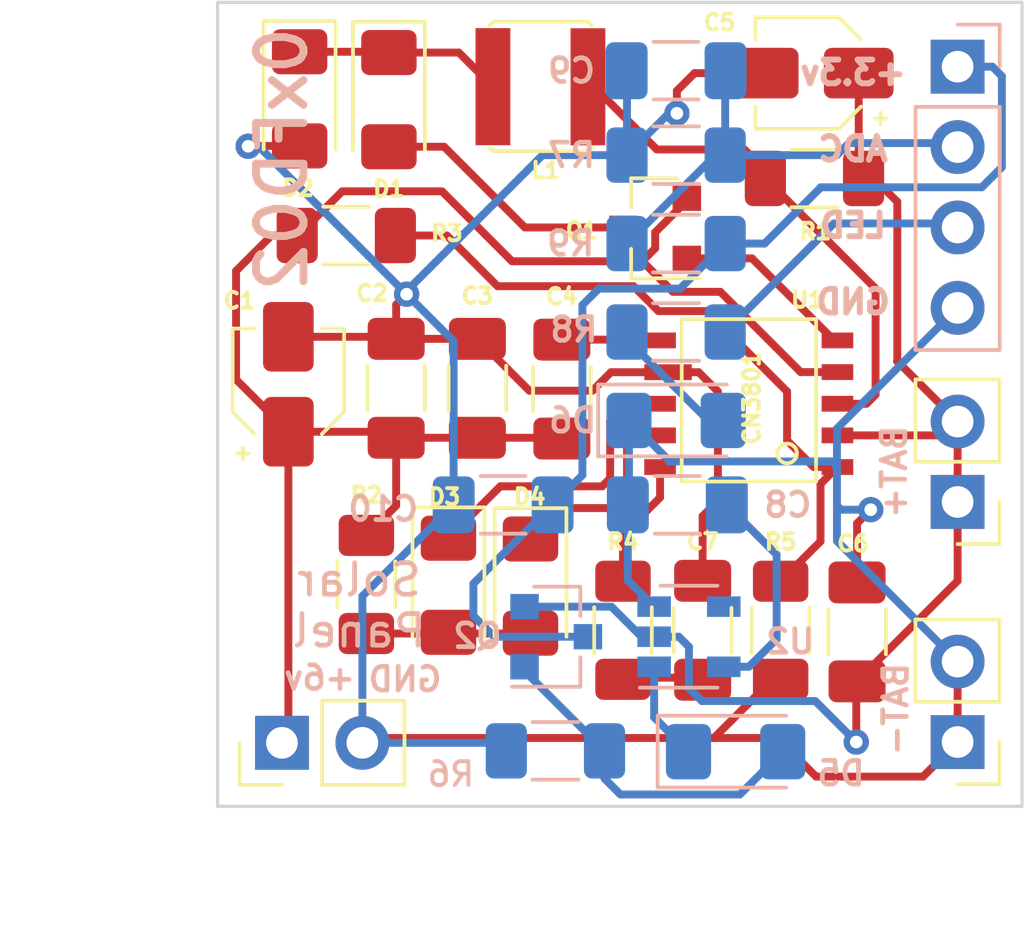
<source format=kicad_pcb>
(kicad_pcb (version 20171130) (host pcbnew "(5.1.9-0-10_14)")

  (general
    (thickness 1.6)
    (drawings 13)
    (tracks 225)
    (zones 0)
    (modules 34)
    (nets 23)
  )

  (page A)
  (title_block
    (title 0xFD02)
    (date 2021-02-12)
    (rev v0.1)
    (company "(c) 2021 dushin.net")
    (comment 1 "ESP32/LifePo4 solar charge circuit")
  )

  (layers
    (0 F.Cu signal)
    (31 B.Cu signal)
    (32 B.Adhes user)
    (33 F.Adhes user)
    (34 B.Paste user)
    (35 F.Paste user)
    (36 B.SilkS user)
    (37 F.SilkS user)
    (38 B.Mask user)
    (39 F.Mask user)
    (40 Dwgs.User user)
    (41 Cmts.User user)
    (42 Eco1.User user)
    (43 Eco2.User user)
    (44 Edge.Cuts user)
    (45 Margin user)
    (46 B.CrtYd user)
    (47 F.CrtYd user)
    (48 B.Fab user)
    (49 F.Fab user)
  )

  (setup
    (last_trace_width 0.25)
    (trace_clearance 0.2)
    (zone_clearance 0.508)
    (zone_45_only no)
    (trace_min 0.2)
    (via_size 0.8)
    (via_drill 0.4)
    (via_min_size 0.4)
    (via_min_drill 0.3)
    (uvia_size 0.3)
    (uvia_drill 0.1)
    (uvias_allowed no)
    (uvia_min_size 0.2)
    (uvia_min_drill 0.1)
    (edge_width 0.1)
    (segment_width 0.2)
    (pcb_text_width 0.3)
    (pcb_text_size 1.5 1.5)
    (mod_edge_width 0.15)
    (mod_text_size 1 1)
    (mod_text_width 0.15)
    (pad_size 1.524 1.524)
    (pad_drill 0.762)
    (pad_to_mask_clearance 0)
    (aux_axis_origin 109.855 72.009)
    (visible_elements FFFFFF7F)
    (pcbplotparams
      (layerselection 0x010fc_ffffffff)
      (usegerberextensions false)
      (usegerberattributes true)
      (usegerberadvancedattributes true)
      (creategerberjobfile true)
      (excludeedgelayer true)
      (linewidth 0.100000)
      (plotframeref false)
      (viasonmask false)
      (mode 1)
      (useauxorigin false)
      (hpglpennumber 1)
      (hpglpenspeed 20)
      (hpglpendiameter 15.000000)
      (psnegative false)
      (psa4output false)
      (plotreference true)
      (plotvalue true)
      (plotinvisibletext false)
      (padsonsilk false)
      (subtractmaskfromsilk false)
      (outputformat 1)
      (mirror false)
      (drillshape 1)
      (scaleselection 1)
      (outputdirectory ""))
  )

  (net 0 "")
  (net 1 /GND)
  (net 2 /SOL+)
  (net 3 /BAT+)
  (net 4 /ADC)
  (net 5 /ESP-LED)
  (net 6 /CSP)
  (net 7 /MPPT)
  (net 8 /VG)
  (net 9 /CHRG)
  (net 10 /DRV)
  (net 11 /COM)
  (net 12 /DRAIN)
  (net 13 /DRAIN2)
  (net 14 /CHRGLED)
  (net 15 /ESP-LED2)
  (net 16 /ESP-LOAD)
  (net 17 /Cd)
  (net 18 /LVCO)
  (net 19 "Net-(U2-Pad4)")
  (net 20 /COM2)
  (net 21 "Net-(D5-Pad1)")
  (net 22 /DONE)

  (net_class Default "This is the default net class."
    (clearance 0.2)
    (trace_width 0.25)
    (via_dia 0.8)
    (via_drill 0.4)
    (uvia_dia 0.3)
    (uvia_drill 0.1)
    (add_net /ADC)
    (add_net /BAT+)
    (add_net /CHRG)
    (add_net /CHRGLED)
    (add_net /COM)
    (add_net /COM2)
    (add_net /CSP)
    (add_net /Cd)
    (add_net /DONE)
    (add_net /DRAIN)
    (add_net /DRAIN2)
    (add_net /DRV)
    (add_net /ESP-LED)
    (add_net /ESP-LED2)
    (add_net /ESP-LOAD)
    (add_net /GND)
    (add_net /LVCO)
    (add_net /MPPT)
    (add_net /SOL+)
    (add_net /VG)
    (add_net "Net-(D5-Pad1)")
    (add_net "Net-(U2-Pad4)")
  )

  (module LED_SMD:LED_1206_3216Metric_Pad1.42x1.75mm_HandSolder (layer F.Cu) (tedit 5F68FEF1) (tstamp 60244049)
    (at 134.3406 90.1954 270)
    (descr "LED SMD 1206 (3216 Metric), square (rectangular) end terminal, IPC_7351 nominal, (Body size source: http://www.tortai-tech.com/upload/download/2011102023233369053.pdf), generated with kicad-footprint-generator")
    (tags "LED handsolder")
    (path /602B885D)
    (attr smd)
    (fp_text reference D4 (at -2.8194 0.0254 180) (layer F.SilkS)
      (effects (font (size 0.5 0.5) (thickness 0.125)))
    )
    (fp_text value LED (at 0 1.82 90) (layer F.Fab) hide
      (effects (font (size 1 1) (thickness 0.15)))
    )
    (fp_line (start 1.6 -0.8) (end -1.2 -0.8) (layer F.Fab) (width 0.1))
    (fp_line (start -1.2 -0.8) (end -1.6 -0.4) (layer F.Fab) (width 0.1))
    (fp_line (start -1.6 -0.4) (end -1.6 0.8) (layer F.Fab) (width 0.1))
    (fp_line (start -1.6 0.8) (end 1.6 0.8) (layer F.Fab) (width 0.1))
    (fp_line (start 1.6 0.8) (end 1.6 -0.8) (layer F.Fab) (width 0.1))
    (fp_line (start 1.6 -1.135) (end -2.46 -1.135) (layer F.SilkS) (width 0.12))
    (fp_line (start -2.46 -1.135) (end -2.46 1.135) (layer F.SilkS) (width 0.12))
    (fp_line (start -2.46 1.135) (end 1.6 1.135) (layer F.SilkS) (width 0.12))
    (fp_line (start -2.45 1.12) (end -2.45 -1.12) (layer F.CrtYd) (width 0.05))
    (fp_line (start -2.45 -1.12) (end 2.45 -1.12) (layer F.CrtYd) (width 0.05))
    (fp_line (start 2.45 -1.12) (end 2.45 1.12) (layer F.CrtYd) (width 0.05))
    (fp_line (start 2.45 1.12) (end -2.45 1.12) (layer F.CrtYd) (width 0.05))
    (fp_text user %R (at 0 0 90) (layer F.Fab)
      (effects (font (size 0.8 0.8) (thickness 0.12)))
    )
    (pad 2 smd roundrect (at 1.4875 0 270) (size 1.425 1.75) (layers F.Cu F.Paste F.Mask) (roundrect_rratio 0.175439)
      (net 14 /CHRGLED))
    (pad 1 smd roundrect (at -1.4875 0 270) (size 1.425 1.75) (layers F.Cu F.Paste F.Mask) (roundrect_rratio 0.175439)
      (net 22 /DONE))
    (model ${KISYS3DMOD}/LED_SMD.3dshapes/LED_1206_3216Metric.wrl
      (at (xyz 0 0 0))
      (scale (xyz 1 1 1))
      (rotate (xyz 0 0 0))
    )
  )

  (module Capacitor_SMD:CP_Elec_3x5.4 (layer F.Cu) (tedit 5BCA39CF) (tstamp 60236D60)
    (at 143.2052 73.9902 180)
    (descr "SMD capacitor, aluminum electrolytic, Nichicon, 3.0x5.4mm")
    (tags "capacitor electrolytic")
    (path /60244BB1)
    (attr smd)
    (fp_text reference C5 (at 2.8956 1.6002) (layer F.SilkS)
      (effects (font (size 0.5 0.5) (thickness 0.125)))
    )
    (fp_text value 10uF (at 0 2.7) (layer F.Fab) hide
      (effects (font (size 1 1) (thickness 0.15)))
    )
    (fp_circle (center 0 0) (end 1.5 0) (layer F.Fab) (width 0.1))
    (fp_line (start 1.65 -1.65) (end 1.65 1.65) (layer F.Fab) (width 0.1))
    (fp_line (start -0.825 -1.65) (end 1.65 -1.65) (layer F.Fab) (width 0.1))
    (fp_line (start -0.825 1.65) (end 1.65 1.65) (layer F.Fab) (width 0.1))
    (fp_line (start -1.65 -0.825) (end -1.65 0.825) (layer F.Fab) (width 0.1))
    (fp_line (start -1.65 -0.825) (end -0.825 -1.65) (layer F.Fab) (width 0.1))
    (fp_line (start -1.65 0.825) (end -0.825 1.65) (layer F.Fab) (width 0.1))
    (fp_line (start -1.110469 -0.8) (end -0.810469 -0.8) (layer F.Fab) (width 0.1))
    (fp_line (start -0.960469 -0.95) (end -0.960469 -0.65) (layer F.Fab) (width 0.1))
    (fp_line (start 1.76 1.76) (end 1.76 1.06) (layer F.SilkS) (width 0.12))
    (fp_line (start 1.76 -1.76) (end 1.76 -1.06) (layer F.SilkS) (width 0.12))
    (fp_line (start -0.870563 -1.76) (end 1.76 -1.76) (layer F.SilkS) (width 0.12))
    (fp_line (start -0.870563 1.76) (end 1.76 1.76) (layer F.SilkS) (width 0.12))
    (fp_line (start -1.570563 -1.06) (end -0.870563 -1.76) (layer F.SilkS) (width 0.12))
    (fp_line (start -1.570563 1.06) (end -0.870563 1.76) (layer F.SilkS) (width 0.12))
    (fp_line (start -2.375 -1.435) (end -2 -1.435) (layer F.SilkS) (width 0.12))
    (fp_line (start -2.1875 -1.6225) (end -2.1875 -1.2475) (layer F.SilkS) (width 0.12))
    (fp_line (start 1.9 -1.9) (end 1.9 -1.05) (layer F.CrtYd) (width 0.05))
    (fp_line (start 1.9 -1.05) (end 2.85 -1.05) (layer F.CrtYd) (width 0.05))
    (fp_line (start 2.85 -1.05) (end 2.85 1.05) (layer F.CrtYd) (width 0.05))
    (fp_line (start 2.85 1.05) (end 1.9 1.05) (layer F.CrtYd) (width 0.05))
    (fp_line (start 1.9 1.05) (end 1.9 1.9) (layer F.CrtYd) (width 0.05))
    (fp_line (start -0.93 1.9) (end 1.9 1.9) (layer F.CrtYd) (width 0.05))
    (fp_line (start -0.93 -1.9) (end 1.9 -1.9) (layer F.CrtYd) (width 0.05))
    (fp_line (start -1.78 1.05) (end -0.93 1.9) (layer F.CrtYd) (width 0.05))
    (fp_line (start -1.78 -1.05) (end -0.93 -1.9) (layer F.CrtYd) (width 0.05))
    (fp_line (start -1.78 -1.05) (end -2.85 -1.05) (layer F.CrtYd) (width 0.05))
    (fp_line (start -2.85 -1.05) (end -2.85 1.05) (layer F.CrtYd) (width 0.05))
    (fp_line (start -2.85 1.05) (end -1.78 1.05) (layer F.CrtYd) (width 0.05))
    (fp_text user %R (at 0 0) (layer F.Fab)
      (effects (font (size 0.6 0.6) (thickness 0.09)))
    )
    (pad 2 smd roundrect (at 1.5 0 180) (size 2.2 1.6) (layers F.Cu F.Paste F.Mask) (roundrect_rratio 0.15625)
      (net 1 /GND))
    (pad 1 smd roundrect (at -1.5 0 180) (size 2.2 1.6) (layers F.Cu F.Paste F.Mask) (roundrect_rratio 0.15625)
      (net 3 /BAT+))
    (model ${KISYS3DMOD}/Capacitor_SMD.3dshapes/CP_Elec_3x5.4.wrl
      (at (xyz 0 0 0))
      (scale (xyz 1 1 1))
      (rotate (xyz 0 0 0))
    )
  )

  (module Capacitor_SMD:CP_Elec_3x5.4 (layer F.Cu) (tedit 5BCA39CF) (tstamp 602326DC)
    (at 126.6952 83.82 90)
    (descr "SMD capacitor, aluminum electrolytic, Nichicon, 3.0x5.4mm")
    (tags "capacitor electrolytic")
    (path /602D4390)
    (attr smd)
    (fp_text reference C1 (at 2.6416 -1.5494 180) (layer F.SilkS)
      (effects (font (size 0.5 0.5) (thickness 0.125)))
    )
    (fp_text value 10uF (at 0 2.7 90) (layer F.Fab) hide
      (effects (font (size 1 1) (thickness 0.15)))
    )
    (fp_line (start -2.85 1.05) (end -1.78 1.05) (layer F.CrtYd) (width 0.05))
    (fp_line (start -2.85 -1.05) (end -2.85 1.05) (layer F.CrtYd) (width 0.05))
    (fp_line (start -1.78 -1.05) (end -2.85 -1.05) (layer F.CrtYd) (width 0.05))
    (fp_line (start -1.78 -1.05) (end -0.93 -1.9) (layer F.CrtYd) (width 0.05))
    (fp_line (start -1.78 1.05) (end -0.93 1.9) (layer F.CrtYd) (width 0.05))
    (fp_line (start -0.93 -1.9) (end 1.9 -1.9) (layer F.CrtYd) (width 0.05))
    (fp_line (start -0.93 1.9) (end 1.9 1.9) (layer F.CrtYd) (width 0.05))
    (fp_line (start 1.9 1.05) (end 1.9 1.9) (layer F.CrtYd) (width 0.05))
    (fp_line (start 2.85 1.05) (end 1.9 1.05) (layer F.CrtYd) (width 0.05))
    (fp_line (start 2.85 -1.05) (end 2.85 1.05) (layer F.CrtYd) (width 0.05))
    (fp_line (start 1.9 -1.05) (end 2.85 -1.05) (layer F.CrtYd) (width 0.05))
    (fp_line (start 1.9 -1.9) (end 1.9 -1.05) (layer F.CrtYd) (width 0.05))
    (fp_line (start -2.1875 -1.6225) (end -2.1875 -1.2475) (layer F.SilkS) (width 0.12))
    (fp_line (start -2.375 -1.435) (end -2 -1.435) (layer F.SilkS) (width 0.12))
    (fp_line (start -1.570563 1.06) (end -0.870563 1.76) (layer F.SilkS) (width 0.12))
    (fp_line (start -1.570563 -1.06) (end -0.870563 -1.76) (layer F.SilkS) (width 0.12))
    (fp_line (start -0.870563 1.76) (end 1.76 1.76) (layer F.SilkS) (width 0.12))
    (fp_line (start -0.870563 -1.76) (end 1.76 -1.76) (layer F.SilkS) (width 0.12))
    (fp_line (start 1.76 -1.76) (end 1.76 -1.06) (layer F.SilkS) (width 0.12))
    (fp_line (start 1.76 1.76) (end 1.76 1.06) (layer F.SilkS) (width 0.12))
    (fp_line (start -0.960469 -0.95) (end -0.960469 -0.65) (layer F.Fab) (width 0.1))
    (fp_line (start -1.110469 -0.8) (end -0.810469 -0.8) (layer F.Fab) (width 0.1))
    (fp_line (start -1.65 0.825) (end -0.825 1.65) (layer F.Fab) (width 0.1))
    (fp_line (start -1.65 -0.825) (end -0.825 -1.65) (layer F.Fab) (width 0.1))
    (fp_line (start -1.65 -0.825) (end -1.65 0.825) (layer F.Fab) (width 0.1))
    (fp_line (start -0.825 1.65) (end 1.65 1.65) (layer F.Fab) (width 0.1))
    (fp_line (start -0.825 -1.65) (end 1.65 -1.65) (layer F.Fab) (width 0.1))
    (fp_line (start 1.65 -1.65) (end 1.65 1.65) (layer F.Fab) (width 0.1))
    (fp_circle (center 0 0) (end 1.5 0) (layer F.Fab) (width 0.1))
    (fp_text user %R (at 0 0 90) (layer F.Fab)
      (effects (font (size 0.6 0.6) (thickness 0.09)))
    )
    (pad 2 smd roundrect (at 1.5 0 90) (size 2.2 1.6) (layers F.Cu F.Paste F.Mask) (roundrect_rratio 0.15625)
      (net 1 /GND))
    (pad 1 smd roundrect (at -1.5 0 90) (size 2.2 1.6) (layers F.Cu F.Paste F.Mask) (roundrect_rratio 0.15625)
      (net 2 /SOL+))
    (model ${KISYS3DMOD}/Capacitor_SMD.3dshapes/CP_Elec_3x5.4.wrl
      (at (xyz 0 0 0))
      (scale (xyz 1 1 1))
      (rotate (xyz 0 0 0))
    )
  )

  (module 0xFD:CN3801 (layer F.Cu) (tedit 6022A06A) (tstamp 60230F97)
    (at 141.732 84.7852)
    (path /6008F1F8)
    (fp_text reference U1 (at 1.3462 -3.6322) (layer F.SilkS)
      (effects (font (size 0.5 0.5) (thickness 0.125)))
    )
    (fp_text value CN3801 (at -0.5842 -4.9276) (layer F.Fab) hide
      (effects (font (size 1 1) (thickness 0.15)))
    )
    (fp_line (start -2.6162 -3.0226) (end -2.6162 2.1082) (layer F.SilkS) (width 0.12))
    (fp_line (start -2.6162 2.1082) (end 1.6256 2.1082) (layer F.SilkS) (width 0.12))
    (fp_line (start 1.6256 2.1082) (end 1.6256 -3.0226) (layer F.SilkS) (width 0.12))
    (fp_line (start 1.6256 -3.0226) (end -2.6162 -3.0226) (layer F.SilkS) (width 0.12))
    (fp_circle (center 0.7112 1.2192) (end 0.762 1.524) (layer F.SilkS) (width 0.12))
    (fp_text user CN3801 (at -0.4064 -0.5334 90) (layer F.SilkS)
      (effects (font (size 0.5 0.5) (thickness 0.125)))
    )
    (pad 10 smd rect (at 2.3 -2.35) (size 1 0.5) (layers F.Cu F.Paste F.Mask)
      (net 10 /DRV))
    (pad 9 smd rect (at 2.3 -1.35) (size 1 0.5) (layers F.Cu F.Paste F.Mask)
      (net 2 /SOL+))
    (pad 8 smd rect (at 2.3 -0.35) (size 1 0.5) (layers F.Cu F.Paste F.Mask)
      (net 6 /CSP))
    (pad 7 smd rect (at 2.3 0.65) (size 1 0.5) (layers F.Cu F.Paste F.Mask)
      (net 3 /BAT+))
    (pad 6 smd rect (at 2.3 1.65) (size 1 0.5) (layers F.Cu F.Paste F.Mask)
      (net 7 /MPPT))
    (pad 5 smd rect (at -3.3 1.65) (size 1 0.5) (layers F.Cu F.Paste F.Mask)
      (net 11 /COM))
    (pad 4 smd rect (at -3.3 0.65) (size 1 0.5) (layers F.Cu F.Paste F.Mask)
      (net 22 /DONE))
    (pad 3 smd rect (at -3.3 -0.35) (size 1 0.5) (layers F.Cu F.Paste F.Mask)
      (net 9 /CHRG))
    (pad 2 smd rect (at -3.048 -1.3462) (size 1.5 0.5) (layers F.Cu F.Paste F.Mask)
      (net 1 /GND))
    (pad 1 smd rect (at -3.3 -2.35) (size 1 0.5) (layers F.Cu F.Paste F.Mask)
      (net 8 /VG))
  )

  (module 0xFD:L-TYA4020 (layer F.Cu) (tedit 60218ED1) (tstamp 60219805)
    (at 135.2042 72.5678 90)
    (path /60101A48)
    (fp_text reference L1 (at -4.4958 -0.381 180) (layer F.SilkS)
      (effects (font (size 0.5 0.5) (thickness 0.125)))
    )
    (fp_text value L (at -1.397 -4.1656 90) (layer F.Fab) hide
      (effects (font (size 1 1) (thickness 0.15)))
    )
    (fp_line (start 0.0762 -2.159) (end 0.2032 -2.032) (layer F.SilkS) (width 0.12))
    (fp_line (start 0.2032 -2.032) (end 0.2032 0.9652) (layer F.SilkS) (width 0.12))
    (fp_line (start 0.2032 0.9652) (end 0.0762 1.0668) (layer F.SilkS) (width 0.12))
    (fp_line (start -3.7846 -2.159) (end -3.8862 -2.032) (layer F.SilkS) (width 0.12))
    (fp_line (start -3.8862 -2.0066) (end -3.8862 0.9906) (layer F.SilkS) (width 0.12))
    (fp_line (start -3.8862 0.9906) (end -3.7846 1.0922) (layer F.SilkS) (width 0.12))
    (pad 2 smd rect (at -1.8542 0.95 90) (size 3.7 1.1) (layers F.Cu F.Paste F.Mask)
      (net 6 /CSP))
    (pad 1 smd rect (at -1.85 -2.05 90) (size 3.7 1.1) (layers F.Cu F.Paste F.Mask)
      (net 13 /DRAIN2))
  )

  (module Diode_SMD:D_1206_3216Metric_Pad1.42x1.75mm_HandSolder (layer B.Cu) (tedit 5F68FEF0) (tstamp 601F3105)
    (at 140.8176 95.4278)
    (descr "Diode SMD 1206 (3216 Metric), square (rectangular) end terminal, IPC_7351 nominal, (Body size source: http://www.tortai-tech.com/upload/download/2011102023233369053.pdf), generated with kicad-footprint-generator")
    (tags "diode handsolder")
    (path /602F07BB)
    (attr smd)
    (fp_text reference D5 (at 3.3274 0.6858) (layer B.SilkS)
      (effects (font (size 0.75 0.75) (thickness 0.15)) (justify mirror))
    )
    (fp_text value D_Zener (at 0 -1.82) (layer B.Fab) hide
      (effects (font (size 1 1) (thickness 0.15)) (justify mirror))
    )
    (fp_line (start 1.6 0.8) (end -1.2 0.8) (layer B.Fab) (width 0.1))
    (fp_line (start -1.2 0.8) (end -1.6 0.4) (layer B.Fab) (width 0.1))
    (fp_line (start -1.6 0.4) (end -1.6 -0.8) (layer B.Fab) (width 0.1))
    (fp_line (start -1.6 -0.8) (end 1.6 -0.8) (layer B.Fab) (width 0.1))
    (fp_line (start 1.6 -0.8) (end 1.6 0.8) (layer B.Fab) (width 0.1))
    (fp_line (start 1.6 1.135) (end -2.46 1.135) (layer B.SilkS) (width 0.12))
    (fp_line (start -2.46 1.135) (end -2.46 -1.135) (layer B.SilkS) (width 0.12))
    (fp_line (start -2.46 -1.135) (end 1.6 -1.135) (layer B.SilkS) (width 0.12))
    (fp_line (start -2.45 -1.12) (end -2.45 1.12) (layer B.CrtYd) (width 0.05))
    (fp_line (start -2.45 1.12) (end 2.45 1.12) (layer B.CrtYd) (width 0.05))
    (fp_line (start 2.45 1.12) (end 2.45 -1.12) (layer B.CrtYd) (width 0.05))
    (fp_line (start 2.45 -1.12) (end -2.45 -1.12) (layer B.CrtYd) (width 0.05))
    (fp_text user %R (at 0 0) (layer B.Fab)
      (effects (font (size 0.8 0.8) (thickness 0.12)) (justify mirror))
    )
    (pad 2 smd roundrect (at 1.4875 0) (size 1.425 1.75) (layers B.Cu B.Paste B.Mask) (roundrect_rratio 0.175439)
      (net 18 /LVCO))
    (pad 1 smd roundrect (at -1.4875 0) (size 1.425 1.75) (layers B.Cu B.Paste B.Mask) (roundrect_rratio 0.175439)
      (net 21 "Net-(D5-Pad1)"))
    (model ${KISYS3DMOD}/Diode_SMD.3dshapes/D_1206_3216Metric.wrl
      (at (xyz 0 0 0))
      (scale (xyz 1 1 1))
      (rotate (xyz 0 0 0))
    )
  )

  (module Resistor_SMD:R_1206_3216Metric_Pad1.30x1.75mm_HandSolder (layer B.Cu) (tedit 5F68FEEE) (tstamp 601F2AB5)
    (at 135.128 95.4024 180)
    (descr "Resistor SMD 1206 (3216 Metric), square (rectangular) end terminal, IPC_7351 nominal with elongated pad for handsoldering. (Body size source: IPC-SM-782 page 72, https://www.pcb-3d.com/wordpress/wp-content/uploads/ipc-sm-782a_amendment_1_and_2.pdf), generated with kicad-footprint-generator")
    (tags "resistor handsolder")
    (path /602F1515)
    (attr smd)
    (fp_text reference R6 (at 3.302 -0.7366) (layer B.SilkS)
      (effects (font (size 0.75 0.75) (thickness 0.125)) (justify mirror))
    )
    (fp_text value 10k (at 0 -1.82) (layer B.Fab) hide
      (effects (font (size 1 1) (thickness 0.15)) (justify mirror))
    )
    (fp_line (start -1.6 -0.8) (end -1.6 0.8) (layer B.Fab) (width 0.1))
    (fp_line (start -1.6 0.8) (end 1.6 0.8) (layer B.Fab) (width 0.1))
    (fp_line (start 1.6 0.8) (end 1.6 -0.8) (layer B.Fab) (width 0.1))
    (fp_line (start 1.6 -0.8) (end -1.6 -0.8) (layer B.Fab) (width 0.1))
    (fp_line (start -0.727064 0.91) (end 0.727064 0.91) (layer B.SilkS) (width 0.12))
    (fp_line (start -0.727064 -0.91) (end 0.727064 -0.91) (layer B.SilkS) (width 0.12))
    (fp_line (start -2.45 -1.12) (end -2.45 1.12) (layer B.CrtYd) (width 0.05))
    (fp_line (start -2.45 1.12) (end 2.45 1.12) (layer B.CrtYd) (width 0.05))
    (fp_line (start 2.45 1.12) (end 2.45 -1.12) (layer B.CrtYd) (width 0.05))
    (fp_line (start 2.45 -1.12) (end -2.45 -1.12) (layer B.CrtYd) (width 0.05))
    (fp_text user %R (at 0 0) (layer B.Fab)
      (effects (font (size 0.8 0.8) (thickness 0.12)) (justify mirror))
    )
    (pad 2 smd roundrect (at 1.55 0 180) (size 1.3 1.75) (layers B.Cu B.Paste B.Mask) (roundrect_rratio 0.192308)
      (net 1 /GND))
    (pad 1 smd roundrect (at -1.55 0 180) (size 1.3 1.75) (layers B.Cu B.Paste B.Mask) (roundrect_rratio 0.192308)
      (net 18 /LVCO))
    (model ${KISYS3DMOD}/Resistor_SMD.3dshapes/R_1206_3216Metric.wrl
      (at (xyz 0 0 0))
      (scale (xyz 1 1 1))
      (rotate (xyz 0 0 0))
    )
  )

  (module Capacitor_SMD:C_1206_3216Metric_Pad1.33x1.80mm_HandSolder (layer F.Cu) (tedit 5F68FEEF) (tstamp 600E35D4)
    (at 135.3312 83.9724 90)
    (descr "Capacitor SMD 1206 (3216 Metric), square (rectangular) end terminal, IPC_7351 nominal with elongated pad for handsoldering. (Body size source: IPC-SM-782 page 76, https://www.pcb-3d.com/wordpress/wp-content/uploads/ipc-sm-782a_amendment_1_and_2.pdf), generated with kicad-footprint-generator")
    (tags "capacitor handsolder")
    (path /600DDAC2)
    (attr smd)
    (fp_text reference C4 (at 2.921 0 180) (layer F.SilkS)
      (effects (font (size 0.5 0.5) (thickness 0.125)))
    )
    (fp_text value 100nF (at 0 1.85 90) (layer F.Fab) hide
      (effects (font (size 1 1) (thickness 0.15)))
    )
    (fp_line (start 2.48 1.15) (end -2.48 1.15) (layer F.CrtYd) (width 0.05))
    (fp_line (start 2.48 -1.15) (end 2.48 1.15) (layer F.CrtYd) (width 0.05))
    (fp_line (start -2.48 -1.15) (end 2.48 -1.15) (layer F.CrtYd) (width 0.05))
    (fp_line (start -2.48 1.15) (end -2.48 -1.15) (layer F.CrtYd) (width 0.05))
    (fp_line (start -0.711252 0.91) (end 0.711252 0.91) (layer F.SilkS) (width 0.12))
    (fp_line (start -0.711252 -0.91) (end 0.711252 -0.91) (layer F.SilkS) (width 0.12))
    (fp_line (start 1.6 0.8) (end -1.6 0.8) (layer F.Fab) (width 0.1))
    (fp_line (start 1.6 -0.8) (end 1.6 0.8) (layer F.Fab) (width 0.1))
    (fp_line (start -1.6 -0.8) (end 1.6 -0.8) (layer F.Fab) (width 0.1))
    (fp_line (start -1.6 0.8) (end -1.6 -0.8) (layer F.Fab) (width 0.1))
    (fp_text user %R (at 0 0 90) (layer F.Fab)
      (effects (font (size 0.8 0.8) (thickness 0.12)))
    )
    (pad 2 smd roundrect (at 1.5625 0 90) (size 1.325 1.8) (layers F.Cu F.Paste F.Mask) (roundrect_rratio 0.188679)
      (net 8 /VG))
    (pad 1 smd roundrect (at -1.5625 0 90) (size 1.325 1.8) (layers F.Cu F.Paste F.Mask) (roundrect_rratio 0.188679)
      (net 2 /SOL+))
    (model ${KISYS3DMOD}/Capacitor_SMD.3dshapes/C_1206_3216Metric.wrl
      (at (xyz 0 0 0))
      (scale (xyz 1 1 1))
      (rotate (xyz 0 0 0))
    )
  )

  (module Capacitor_SMD:C_1206_3216Metric_Pad1.33x1.80mm_HandSolder (layer B.Cu) (tedit 5F68FEEF) (tstamp 601C5C9D)
    (at 138.938 73.914 180)
    (descr "Capacitor SMD 1206 (3216 Metric), square (rectangular) end terminal, IPC_7351 nominal with elongated pad for handsoldering. (Body size source: IPC-SM-782 page 76, https://www.pcb-3d.com/wordpress/wp-content/uploads/ipc-sm-782a_amendment_1_and_2.pdf), generated with kicad-footprint-generator")
    (tags "capacitor handsolder")
    (path /601C8E5A)
    (attr smd)
    (fp_text reference C9 (at 3.302 0) (layer B.SilkS)
      (effects (font (size 0.75 0.75) (thickness 0.15)) (justify mirror))
    )
    (fp_text value 100nF (at 0 -1.85) (layer B.Fab) hide
      (effects (font (size 1 1) (thickness 0.15)) (justify mirror))
    )
    (fp_line (start -1.6 -0.8) (end -1.6 0.8) (layer B.Fab) (width 0.1))
    (fp_line (start -1.6 0.8) (end 1.6 0.8) (layer B.Fab) (width 0.1))
    (fp_line (start 1.6 0.8) (end 1.6 -0.8) (layer B.Fab) (width 0.1))
    (fp_line (start 1.6 -0.8) (end -1.6 -0.8) (layer B.Fab) (width 0.1))
    (fp_line (start -0.711252 0.91) (end 0.711252 0.91) (layer B.SilkS) (width 0.12))
    (fp_line (start -0.711252 -0.91) (end 0.711252 -0.91) (layer B.SilkS) (width 0.12))
    (fp_line (start -2.48 -1.15) (end -2.48 1.15) (layer B.CrtYd) (width 0.05))
    (fp_line (start -2.48 1.15) (end 2.48 1.15) (layer B.CrtYd) (width 0.05))
    (fp_line (start 2.48 1.15) (end 2.48 -1.15) (layer B.CrtYd) (width 0.05))
    (fp_line (start 2.48 -1.15) (end -2.48 -1.15) (layer B.CrtYd) (width 0.05))
    (fp_text user %R (at 0 0) (layer B.Fab)
      (effects (font (size 0.8 0.8) (thickness 0.12)) (justify mirror))
    )
    (pad 2 smd roundrect (at 1.5625 0 180) (size 1.325 1.8) (layers B.Cu B.Paste B.Mask) (roundrect_rratio 0.188679)
      (net 1 /GND))
    (pad 1 smd roundrect (at -1.5625 0 180) (size 1.325 1.8) (layers B.Cu B.Paste B.Mask) (roundrect_rratio 0.188679)
      (net 4 /ADC))
    (model ${KISYS3DMOD}/Capacitor_SMD.3dshapes/C_1206_3216Metric.wrl
      (at (xyz 0 0 0))
      (scale (xyz 1 1 1))
      (rotate (xyz 0 0 0))
    )
  )

  (module Connector_PinHeader_2.54mm:PinHeader_1x04_P2.54mm_Vertical (layer B.Cu) (tedit 59FED5CC) (tstamp 600F4494)
    (at 147.828 73.787 180)
    (descr "Through hole straight pin header, 1x04, 2.54mm pitch, single row")
    (tags "Through hole pin header THT 1x04 2.54mm single row")
    (path /6024DB17)
    (fp_text reference J4 (at 0 2.33) (layer B.SilkS) hide
      (effects (font (size 1 1) (thickness 0.15)) (justify mirror))
    )
    (fp_text value ESP32 (at 0.889 -10.414) (layer B.Fab) hide
      (effects (font (size 1 1) (thickness 0.15)) (justify mirror))
    )
    (fp_line (start -0.635 1.27) (end 1.27 1.27) (layer B.Fab) (width 0.1))
    (fp_line (start 1.27 1.27) (end 1.27 -8.89) (layer B.Fab) (width 0.1))
    (fp_line (start 1.27 -8.89) (end -1.27 -8.89) (layer B.Fab) (width 0.1))
    (fp_line (start -1.27 -8.89) (end -1.27 0.635) (layer B.Fab) (width 0.1))
    (fp_line (start -1.27 0.635) (end -0.635 1.27) (layer B.Fab) (width 0.1))
    (fp_line (start -1.33 -8.95) (end 1.33 -8.95) (layer B.SilkS) (width 0.12))
    (fp_line (start -1.33 -1.27) (end -1.33 -8.95) (layer B.SilkS) (width 0.12))
    (fp_line (start 1.33 -1.27) (end 1.33 -8.95) (layer B.SilkS) (width 0.12))
    (fp_line (start -1.33 -1.27) (end 1.33 -1.27) (layer B.SilkS) (width 0.12))
    (fp_line (start -1.33 0) (end -1.33 1.33) (layer B.SilkS) (width 0.12))
    (fp_line (start -1.33 1.33) (end 0 1.33) (layer B.SilkS) (width 0.12))
    (fp_line (start -1.8 1.8) (end -1.8 -9.4) (layer B.CrtYd) (width 0.05))
    (fp_line (start -1.8 -9.4) (end 1.8 -9.4) (layer B.CrtYd) (width 0.05))
    (fp_line (start 1.8 -9.4) (end 1.8 1.8) (layer B.CrtYd) (width 0.05))
    (fp_line (start 1.8 1.8) (end -1.8 1.8) (layer B.CrtYd) (width 0.05))
    (fp_text user %R (at 0 -3.81 270) (layer B.Fab)
      (effects (font (size 1 1) (thickness 0.15)) (justify mirror))
    )
    (pad 1 thru_hole rect (at 0 0 180) (size 1.7 1.7) (drill 1) (layers *.Cu *.Mask)
      (net 16 /ESP-LOAD))
    (pad 2 thru_hole oval (at 0 -2.54 180) (size 1.7 1.7) (drill 1) (layers *.Cu *.Mask)
      (net 4 /ADC))
    (pad 3 thru_hole oval (at 0 -5.08 180) (size 1.7 1.7) (drill 1) (layers *.Cu *.Mask)
      (net 5 /ESP-LED))
    (pad 4 thru_hole oval (at 0 -7.62 180) (size 1.7 1.7) (drill 1) (layers *.Cu *.Mask)
      (net 1 /GND))
    (model ${KISYS3DMOD}/Connector_PinHeader_2.54mm.3dshapes/PinHeader_1x04_P2.54mm_Vertical.wrl
      (at (xyz 0 0 0))
      (scale (xyz 1 1 1))
      (rotate (xyz 0 0 0))
    )
  )

  (module Package_TO_SOT_SMD:SOT-23-5 (layer B.Cu) (tedit 5A02FF57) (tstamp 601B5F6B)
    (at 139.3444 91.7956)
    (descr "5-pin SOT23 package")
    (tags SOT-23-5)
    (path /6020E573)
    (attr smd)
    (fp_text reference U2 (at 3.2004 0.1524) (layer B.SilkS)
      (effects (font (size 0.75 0.75) (thickness 0.15)) (justify mirror))
    )
    (fp_text value NCP302HSN30 (at 0 -2.9) (layer B.Fab) hide
      (effects (font (size 1 1) (thickness 0.15)) (justify mirror))
    )
    (fp_line (start -0.9 -1.61) (end 0.9 -1.61) (layer B.SilkS) (width 0.12))
    (fp_line (start 0.9 1.61) (end -1.55 1.61) (layer B.SilkS) (width 0.12))
    (fp_line (start -1.9 1.8) (end 1.9 1.8) (layer B.CrtYd) (width 0.05))
    (fp_line (start 1.9 1.8) (end 1.9 -1.8) (layer B.CrtYd) (width 0.05))
    (fp_line (start 1.9 -1.8) (end -1.9 -1.8) (layer B.CrtYd) (width 0.05))
    (fp_line (start -1.9 -1.8) (end -1.9 1.8) (layer B.CrtYd) (width 0.05))
    (fp_line (start -0.9 0.9) (end -0.25 1.55) (layer B.Fab) (width 0.1))
    (fp_line (start 0.9 1.55) (end -0.25 1.55) (layer B.Fab) (width 0.1))
    (fp_line (start -0.9 0.9) (end -0.9 -1.55) (layer B.Fab) (width 0.1))
    (fp_line (start 0.9 -1.55) (end -0.9 -1.55) (layer B.Fab) (width 0.1))
    (fp_line (start 0.9 1.55) (end 0.9 -1.55) (layer B.Fab) (width 0.1))
    (fp_text user %R (at 0 0 -90) (layer B.Fab)
      (effects (font (size 0.5 0.5) (thickness 0.075)) (justify mirror))
    )
    (pad 5 smd rect (at 1.1 0.95) (size 1.06 0.65) (layers B.Cu B.Paste B.Mask)
      (net 17 /Cd))
    (pad 4 smd rect (at 1.1 -0.95) (size 1.06 0.65) (layers B.Cu B.Paste B.Mask)
      (net 19 "Net-(U2-Pad4)"))
    (pad 3 smd rect (at -1.1 -0.95) (size 1.06 0.65) (layers B.Cu B.Paste B.Mask)
      (net 1 /GND))
    (pad 2 smd rect (at -1.1 0) (size 1.06 0.65) (layers B.Cu B.Paste B.Mask)
      (net 3 /BAT+))
    (pad 1 smd rect (at -1.1 0.95) (size 1.06 0.65) (layers B.Cu B.Paste B.Mask)
      (net 21 "Net-(D5-Pad1)"))
    (model ${KISYS3DMOD}/Package_TO_SOT_SMD.3dshapes/SOT-23-5.wrl
      (at (xyz 0 0 0))
      (scale (xyz 1 1 1))
      (rotate (xyz 0 0 0))
    )
  )

  (module Package_TO_SOT_SMD:SOT-23 (layer B.Cu) (tedit 5A02FF57) (tstamp 601B5E30)
    (at 135.1534 91.7956)
    (descr "SOT-23, Standard")
    (tags SOT-23)
    (path /601FFFAC)
    (attr smd)
    (fp_text reference Q2 (at -2.4892 -0.0254) (layer B.SilkS)
      (effects (font (size 0.75 0.75) (thickness 0.15)) (justify mirror))
    )
    (fp_text value P-Chan (at 0 -2.5) (layer B.Fab) hide
      (effects (font (size 1 1) (thickness 0.15)) (justify mirror))
    )
    (fp_line (start -0.7 0.95) (end -0.7 -1.5) (layer B.Fab) (width 0.1))
    (fp_line (start -0.15 1.52) (end 0.7 1.52) (layer B.Fab) (width 0.1))
    (fp_line (start -0.7 0.95) (end -0.15 1.52) (layer B.Fab) (width 0.1))
    (fp_line (start 0.7 1.52) (end 0.7 -1.52) (layer B.Fab) (width 0.1))
    (fp_line (start -0.7 -1.52) (end 0.7 -1.52) (layer B.Fab) (width 0.1))
    (fp_line (start 0.76 -1.58) (end 0.76 -0.65) (layer B.SilkS) (width 0.12))
    (fp_line (start 0.76 1.58) (end 0.76 0.65) (layer B.SilkS) (width 0.12))
    (fp_line (start -1.7 1.75) (end 1.7 1.75) (layer B.CrtYd) (width 0.05))
    (fp_line (start 1.7 1.75) (end 1.7 -1.75) (layer B.CrtYd) (width 0.05))
    (fp_line (start 1.7 -1.75) (end -1.7 -1.75) (layer B.CrtYd) (width 0.05))
    (fp_line (start -1.7 -1.75) (end -1.7 1.75) (layer B.CrtYd) (width 0.05))
    (fp_line (start 0.76 1.58) (end -1.4 1.58) (layer B.SilkS) (width 0.12))
    (fp_line (start 0.76 -1.58) (end -0.7 -1.58) (layer B.SilkS) (width 0.12))
    (fp_text user %R (at 0 0 270) (layer B.Fab)
      (effects (font (size 0.5 0.5) (thickness 0.075)) (justify mirror))
    )
    (pad 3 smd rect (at 1 0) (size 0.9 0.8) (layers B.Cu B.Paste B.Mask)
      (net 16 /ESP-LOAD))
    (pad 2 smd rect (at -1 -0.95) (size 0.9 0.8) (layers B.Cu B.Paste B.Mask)
      (net 3 /BAT+))
    (pad 1 smd rect (at -1 0.95) (size 0.9 0.8) (layers B.Cu B.Paste B.Mask)
      (net 18 /LVCO))
    (model ${KISYS3DMOD}/Package_TO_SOT_SMD.3dshapes/SOT-23.wrl
      (at (xyz 0 0 0))
      (scale (xyz 1 1 1))
      (rotate (xyz 0 0 0))
    )
  )

  (module Connector_PinHeader_2.54mm:PinHeader_1x02_P2.54mm_Vertical (layer F.Cu) (tedit 59FED5CC) (tstamp 601B5DE7)
    (at 147.828 95.123 180)
    (descr "Through hole straight pin header, 1x02, 2.54mm pitch, single row")
    (tags "Through hole pin header THT 1x02 2.54mm single row")
    (path /6022E5F7)
    (fp_text reference J3 (at 0 -2.33) (layer F.SilkS) hide
      (effects (font (size 1 1) (thickness 0.15)))
    )
    (fp_text value BAT- (at 0 4.87) (layer F.Fab) hide
      (effects (font (size 1 1) (thickness 0.15)))
    )
    (fp_line (start -0.635 -1.27) (end 1.27 -1.27) (layer F.Fab) (width 0.1))
    (fp_line (start 1.27 -1.27) (end 1.27 3.81) (layer F.Fab) (width 0.1))
    (fp_line (start 1.27 3.81) (end -1.27 3.81) (layer F.Fab) (width 0.1))
    (fp_line (start -1.27 3.81) (end -1.27 -0.635) (layer F.Fab) (width 0.1))
    (fp_line (start -1.27 -0.635) (end -0.635 -1.27) (layer F.Fab) (width 0.1))
    (fp_line (start -1.33 3.87) (end 1.33 3.87) (layer F.SilkS) (width 0.12))
    (fp_line (start -1.33 1.27) (end -1.33 3.87) (layer F.SilkS) (width 0.12))
    (fp_line (start 1.33 1.27) (end 1.33 3.87) (layer F.SilkS) (width 0.12))
    (fp_line (start -1.33 1.27) (end 1.33 1.27) (layer F.SilkS) (width 0.12))
    (fp_line (start -1.33 0) (end -1.33 -1.33) (layer F.SilkS) (width 0.12))
    (fp_line (start -1.33 -1.33) (end 0 -1.33) (layer F.SilkS) (width 0.12))
    (fp_line (start -1.8 -1.8) (end -1.8 4.35) (layer F.CrtYd) (width 0.05))
    (fp_line (start -1.8 4.35) (end 1.8 4.35) (layer F.CrtYd) (width 0.05))
    (fp_line (start 1.8 4.35) (end 1.8 -1.8) (layer F.CrtYd) (width 0.05))
    (fp_line (start 1.8 -1.8) (end -1.8 -1.8) (layer F.CrtYd) (width 0.05))
    (fp_text user %R (at 0 1.27 90) (layer F.Fab) hide
      (effects (font (size 1 1) (thickness 0.15)))
    )
    (pad 2 thru_hole oval (at 0 2.54 180) (size 1.7 1.7) (drill 1) (layers *.Cu *.Mask)
      (net 1 /GND))
    (pad 1 thru_hole rect (at 0 0 180) (size 1.7 1.7) (drill 1) (layers *.Cu *.Mask)
      (net 1 /GND))
    (model ${KISYS3DMOD}/Connector_PinHeader_2.54mm.3dshapes/PinHeader_1x02_P2.54mm_Vertical.wrl
      (at (xyz 0 0 0))
      (scale (xyz 1 1 1))
      (rotate (xyz 0 0 0))
    )
  )

  (module Capacitor_SMD:C_1206_3216Metric_Pad1.33x1.80mm_HandSolder (layer B.Cu) (tedit 5F68FEEF) (tstamp 601B5CEB)
    (at 138.9765 87.63 180)
    (descr "Capacitor SMD 1206 (3216 Metric), square (rectangular) end terminal, IPC_7351 nominal with elongated pad for handsoldering. (Body size source: IPC-SM-782 page 76, https://www.pcb-3d.com/wordpress/wp-content/uploads/ipc-sm-782a_amendment_1_and_2.pdf), generated with kicad-footprint-generator")
    (tags "capacitor handsolder")
    (path /601F4789)
    (attr smd)
    (fp_text reference C8 (at -3.4921 0) (layer B.SilkS)
      (effects (font (size 0.75 0.75) (thickness 0.15)) (justify mirror))
    )
    (fp_text value 100nF (at 0 -1.85) (layer B.Fab) hide
      (effects (font (size 1 1) (thickness 0.15)) (justify mirror))
    )
    (fp_line (start -1.6 -0.8) (end -1.6 0.8) (layer B.Fab) (width 0.1))
    (fp_line (start -1.6 0.8) (end 1.6 0.8) (layer B.Fab) (width 0.1))
    (fp_line (start 1.6 0.8) (end 1.6 -0.8) (layer B.Fab) (width 0.1))
    (fp_line (start 1.6 -0.8) (end -1.6 -0.8) (layer B.Fab) (width 0.1))
    (fp_line (start -0.711252 0.91) (end 0.711252 0.91) (layer B.SilkS) (width 0.12))
    (fp_line (start -0.711252 -0.91) (end 0.711252 -0.91) (layer B.SilkS) (width 0.12))
    (fp_line (start -2.48 -1.15) (end -2.48 1.15) (layer B.CrtYd) (width 0.05))
    (fp_line (start -2.48 1.15) (end 2.48 1.15) (layer B.CrtYd) (width 0.05))
    (fp_line (start 2.48 1.15) (end 2.48 -1.15) (layer B.CrtYd) (width 0.05))
    (fp_line (start 2.48 -1.15) (end -2.48 -1.15) (layer B.CrtYd) (width 0.05))
    (fp_text user %R (at 0 0) (layer B.Fab)
      (effects (font (size 0.8 0.8) (thickness 0.12)) (justify mirror))
    )
    (pad 2 smd roundrect (at 1.5625 0 180) (size 1.325 1.8) (layers B.Cu B.Paste B.Mask) (roundrect_rratio 0.188679)
      (net 1 /GND))
    (pad 1 smd roundrect (at -1.5625 0 180) (size 1.325 1.8) (layers B.Cu B.Paste B.Mask) (roundrect_rratio 0.188679)
      (net 17 /Cd))
    (model ${KISYS3DMOD}/Capacitor_SMD.3dshapes/C_1206_3216Metric.wrl
      (at (xyz 0 0 0))
      (scale (xyz 1 1 1))
      (rotate (xyz 0 0 0))
    )
  )

  (module Capacitor_SMD:C_1206_3216Metric_Pad1.33x1.80mm_HandSolder (layer F.Cu) (tedit 5F68FEEF) (tstamp 60105190)
    (at 132.6642 83.947 90)
    (descr "Capacitor SMD 1206 (3216 Metric), square (rectangular) end terminal, IPC_7351 nominal with elongated pad for handsoldering. (Body size source: IPC-SM-782 page 76, https://www.pcb-3d.com/wordpress/wp-content/uploads/ipc-sm-782a_amendment_1_and_2.pdf), generated with kicad-footprint-generator")
    (tags "capacitor handsolder")
    (path /602D4760)
    (attr smd)
    (fp_text reference C3 (at 2.921 0 180) (layer F.SilkS)
      (effects (font (size 0.5 0.5) (thickness 0.125)))
    )
    (fp_text value 100nF (at 0 1.85 90) (layer F.Fab) hide
      (effects (font (size 1 1) (thickness 0.15)))
    )
    (fp_line (start 2.48 1.15) (end -2.48 1.15) (layer F.CrtYd) (width 0.05))
    (fp_line (start 2.48 -1.15) (end 2.48 1.15) (layer F.CrtYd) (width 0.05))
    (fp_line (start -2.48 -1.15) (end 2.48 -1.15) (layer F.CrtYd) (width 0.05))
    (fp_line (start -2.48 1.15) (end -2.48 -1.15) (layer F.CrtYd) (width 0.05))
    (fp_line (start -0.711252 0.91) (end 0.711252 0.91) (layer F.SilkS) (width 0.12))
    (fp_line (start -0.711252 -0.91) (end 0.711252 -0.91) (layer F.SilkS) (width 0.12))
    (fp_line (start 1.6 0.8) (end -1.6 0.8) (layer F.Fab) (width 0.1))
    (fp_line (start 1.6 -0.8) (end 1.6 0.8) (layer F.Fab) (width 0.1))
    (fp_line (start -1.6 -0.8) (end 1.6 -0.8) (layer F.Fab) (width 0.1))
    (fp_line (start -1.6 0.8) (end -1.6 -0.8) (layer F.Fab) (width 0.1))
    (fp_text user %R (at 0 0 90) (layer F.Fab)
      (effects (font (size 0.8 0.8) (thickness 0.12)))
    )
    (pad 2 smd roundrect (at 1.5625 0 90) (size 1.325 1.8) (layers F.Cu F.Paste F.Mask) (roundrect_rratio 0.188679)
      (net 1 /GND))
    (pad 1 smd roundrect (at -1.5625 0 90) (size 1.325 1.8) (layers F.Cu F.Paste F.Mask) (roundrect_rratio 0.188679)
      (net 2 /SOL+))
    (model ${KISYS3DMOD}/Capacitor_SMD.3dshapes/C_1206_3216Metric.wrl
      (at (xyz 0 0 0))
      (scale (xyz 1 1 1))
      (rotate (xyz 0 0 0))
    )
  )

  (module Package_TO_SOT_SMD:SOT-23 (layer F.Cu) (tedit 5A02FF57) (tstamp 60103084)
    (at 138.2776 78.8924 180)
    (descr "SOT-23, Standard")
    (tags SOT-23)
    (path /600EAFD7)
    (attr smd)
    (fp_text reference Q1 (at 2.3114 -0.0762) (layer F.SilkS)
      (effects (font (size 0.5 0.5) (thickness 0.125)))
    )
    (fp_text value P-Chan (at 0 2.5) (layer F.Fab) hide
      (effects (font (size 1 1) (thickness 0.15)))
    )
    (fp_line (start 0.76 1.58) (end -0.7 1.58) (layer F.SilkS) (width 0.12))
    (fp_line (start 0.76 -1.58) (end -1.4 -1.58) (layer F.SilkS) (width 0.12))
    (fp_line (start -1.7 1.75) (end -1.7 -1.75) (layer F.CrtYd) (width 0.05))
    (fp_line (start 1.7 1.75) (end -1.7 1.75) (layer F.CrtYd) (width 0.05))
    (fp_line (start 1.7 -1.75) (end 1.7 1.75) (layer F.CrtYd) (width 0.05))
    (fp_line (start -1.7 -1.75) (end 1.7 -1.75) (layer F.CrtYd) (width 0.05))
    (fp_line (start 0.76 -1.58) (end 0.76 -0.65) (layer F.SilkS) (width 0.12))
    (fp_line (start 0.76 1.58) (end 0.76 0.65) (layer F.SilkS) (width 0.12))
    (fp_line (start -0.7 1.52) (end 0.7 1.52) (layer F.Fab) (width 0.1))
    (fp_line (start 0.7 -1.52) (end 0.7 1.52) (layer F.Fab) (width 0.1))
    (fp_line (start -0.7 -0.95) (end -0.15 -1.52) (layer F.Fab) (width 0.1))
    (fp_line (start -0.15 -1.52) (end 0.7 -1.52) (layer F.Fab) (width 0.1))
    (fp_line (start -0.7 -0.95) (end -0.7 1.5) (layer F.Fab) (width 0.1))
    (fp_text user %R (at 0 0 90) (layer F.Fab)
      (effects (font (size 0.5 0.5) (thickness 0.075)))
    )
    (pad 3 smd rect (at 1 0 180) (size 0.9 0.8) (layers F.Cu F.Paste F.Mask)
      (net 12 /DRAIN))
    (pad 2 smd rect (at -1 0.95 180) (size 0.9 0.8) (layers F.Cu F.Paste F.Mask)
      (net 2 /SOL+))
    (pad 1 smd rect (at -1 -0.95 180) (size 0.9 0.8) (layers F.Cu F.Paste F.Mask)
      (net 10 /DRV))
    (model ${KISYS3DMOD}/Package_TO_SOT_SMD.3dshapes/SOT-23.wrl
      (at (xyz 0 0 0))
      (scale (xyz 1 1 1))
      (rotate (xyz 0 0 0))
    )
  )

  (module Resistor_SMD:R_1206_3216Metric_Pad1.30x1.75mm_HandSolder (layer B.Cu) (tedit 5F68FEEE) (tstamp 600F362E)
    (at 138.938 79.375 180)
    (descr "Resistor SMD 1206 (3216 Metric), square (rectangular) end terminal, IPC_7351 nominal with elongated pad for handsoldering. (Body size source: IPC-SM-782 page 72, https://www.pcb-3d.com/wordpress/wp-content/uploads/ipc-sm-782a_amendment_1_and_2.pdf), generated with kicad-footprint-generator")
    (tags "resistor handsolder")
    (path /6024C90E)
    (attr smd)
    (fp_text reference R9 (at 3.328 0) (layer B.SilkS)
      (effects (font (size 0.75 0.75) (thickness 0.15)) (justify mirror))
    )
    (fp_text value 226k (at 0 -1.82) (layer B.Fab) hide
      (effects (font (size 1 1) (thickness 0.15)) (justify mirror))
    )
    (fp_line (start 2.45 -1.12) (end -2.45 -1.12) (layer B.CrtYd) (width 0.05))
    (fp_line (start 2.45 1.12) (end 2.45 -1.12) (layer B.CrtYd) (width 0.05))
    (fp_line (start -2.45 1.12) (end 2.45 1.12) (layer B.CrtYd) (width 0.05))
    (fp_line (start -2.45 -1.12) (end -2.45 1.12) (layer B.CrtYd) (width 0.05))
    (fp_line (start -0.727064 -0.91) (end 0.727064 -0.91) (layer B.SilkS) (width 0.12))
    (fp_line (start -0.727064 0.91) (end 0.727064 0.91) (layer B.SilkS) (width 0.12))
    (fp_line (start 1.6 -0.8) (end -1.6 -0.8) (layer B.Fab) (width 0.1))
    (fp_line (start 1.6 0.8) (end 1.6 -0.8) (layer B.Fab) (width 0.1))
    (fp_line (start -1.6 0.8) (end 1.6 0.8) (layer B.Fab) (width 0.1))
    (fp_line (start -1.6 -0.8) (end -1.6 0.8) (layer B.Fab) (width 0.1))
    (fp_text user %R (at 0 0) (layer B.Fab)
      (effects (font (size 0.8 0.8) (thickness 0.12)) (justify mirror))
    )
    (pad 2 smd roundrect (at 1.55 0 180) (size 1.3 1.75) (layers B.Cu B.Paste B.Mask) (roundrect_rratio 0.192308)
      (net 4 /ADC))
    (pad 1 smd roundrect (at -1.55 0 180) (size 1.3 1.75) (layers B.Cu B.Paste B.Mask) (roundrect_rratio 0.192308)
      (net 16 /ESP-LOAD))
    (model ${KISYS3DMOD}/Resistor_SMD.3dshapes/R_1206_3216Metric.wrl
      (at (xyz 0 0 0))
      (scale (xyz 1 1 1))
      (rotate (xyz 0 0 0))
    )
  )

  (module Resistor_SMD:R_1206_3216Metric_Pad1.30x1.75mm_HandSolder (layer B.Cu) (tedit 5F68FEEE) (tstamp 600F361D)
    (at 138.938 76.581)
    (descr "Resistor SMD 1206 (3216 Metric), square (rectangular) end terminal, IPC_7351 nominal with elongated pad for handsoldering. (Body size source: IPC-SM-782 page 72, https://www.pcb-3d.com/wordpress/wp-content/uploads/ipc-sm-782a_amendment_1_and_2.pdf), generated with kicad-footprint-generator")
    (tags "resistor handsolder")
    (path /6024CC19)
    (attr smd)
    (fp_text reference R7 (at -3.302 0 180) (layer B.SilkS)
      (effects (font (size 0.75 0.75) (thickness 0.15)) (justify mirror))
    )
    (fp_text value 100k (at 0 -1.82 180) (layer B.Fab) hide
      (effects (font (size 1 1) (thickness 0.15)) (justify mirror))
    )
    (fp_line (start 2.45 -1.12) (end -2.45 -1.12) (layer B.CrtYd) (width 0.05))
    (fp_line (start 2.45 1.12) (end 2.45 -1.12) (layer B.CrtYd) (width 0.05))
    (fp_line (start -2.45 1.12) (end 2.45 1.12) (layer B.CrtYd) (width 0.05))
    (fp_line (start -2.45 -1.12) (end -2.45 1.12) (layer B.CrtYd) (width 0.05))
    (fp_line (start -0.727064 -0.91) (end 0.727064 -0.91) (layer B.SilkS) (width 0.12))
    (fp_line (start -0.727064 0.91) (end 0.727064 0.91) (layer B.SilkS) (width 0.12))
    (fp_line (start 1.6 -0.8) (end -1.6 -0.8) (layer B.Fab) (width 0.1))
    (fp_line (start 1.6 0.8) (end 1.6 -0.8) (layer B.Fab) (width 0.1))
    (fp_line (start -1.6 0.8) (end 1.6 0.8) (layer B.Fab) (width 0.1))
    (fp_line (start -1.6 -0.8) (end -1.6 0.8) (layer B.Fab) (width 0.1))
    (fp_text user %R (at 0 0 180) (layer B.Fab)
      (effects (font (size 0.8 0.8) (thickness 0.12)) (justify mirror))
    )
    (pad 2 smd roundrect (at 1.55 0) (size 1.3 1.75) (layers B.Cu B.Paste B.Mask) (roundrect_rratio 0.192308)
      (net 4 /ADC))
    (pad 1 smd roundrect (at -1.55 0) (size 1.3 1.75) (layers B.Cu B.Paste B.Mask) (roundrect_rratio 0.192308)
      (net 1 /GND))
    (model ${KISYS3DMOD}/Resistor_SMD.3dshapes/R_1206_3216Metric.wrl
      (at (xyz 0 0 0))
      (scale (xyz 1 1 1))
      (rotate (xyz 0 0 0))
    )
  )

  (module Resistor_SMD:R_1206_3216Metric_Pad1.30x1.75mm_HandSolder (layer B.Cu) (tedit 5F68FEEE) (tstamp 600F360C)
    (at 138.938 82.169)
    (descr "Resistor SMD 1206 (3216 Metric), square (rectangular) end terminal, IPC_7351 nominal with elongated pad for handsoldering. (Body size source: IPC-SM-782 page 72, https://www.pcb-3d.com/wordpress/wp-content/uploads/ipc-sm-782a_amendment_1_and_2.pdf), generated with kicad-footprint-generator")
    (tags "resistor handsolder")
    (path /6024C2DF)
    (attr smd)
    (fp_text reference R8 (at -3.2258 -0.0762) (layer B.SilkS)
      (effects (font (size 0.75 0.75) (thickness 0.15)) (justify mirror))
    )
    (fp_text value 1k (at 0 -1.82) (layer B.Fab) hide
      (effects (font (size 1 1) (thickness 0.15)) (justify mirror))
    )
    (fp_line (start 2.45 -1.12) (end -2.45 -1.12) (layer B.CrtYd) (width 0.05))
    (fp_line (start 2.45 1.12) (end 2.45 -1.12) (layer B.CrtYd) (width 0.05))
    (fp_line (start -2.45 1.12) (end 2.45 1.12) (layer B.CrtYd) (width 0.05))
    (fp_line (start -2.45 -1.12) (end -2.45 1.12) (layer B.CrtYd) (width 0.05))
    (fp_line (start -0.727064 -0.91) (end 0.727064 -0.91) (layer B.SilkS) (width 0.12))
    (fp_line (start -0.727064 0.91) (end 0.727064 0.91) (layer B.SilkS) (width 0.12))
    (fp_line (start 1.6 -0.8) (end -1.6 -0.8) (layer B.Fab) (width 0.1))
    (fp_line (start 1.6 0.8) (end 1.6 -0.8) (layer B.Fab) (width 0.1))
    (fp_line (start -1.6 0.8) (end 1.6 0.8) (layer B.Fab) (width 0.1))
    (fp_line (start -1.6 -0.8) (end -1.6 0.8) (layer B.Fab) (width 0.1))
    (fp_text user %R (at 0 0) (layer B.Fab)
      (effects (font (size 0.8 0.8) (thickness 0.12)) (justify mirror))
    )
    (pad 2 smd roundrect (at 1.55 0) (size 1.3 1.75) (layers B.Cu B.Paste B.Mask) (roundrect_rratio 0.192308)
      (net 5 /ESP-LED))
    (pad 1 smd roundrect (at -1.55 0) (size 1.3 1.75) (layers B.Cu B.Paste B.Mask) (roundrect_rratio 0.192308)
      (net 15 /ESP-LED2))
    (model ${KISYS3DMOD}/Resistor_SMD.3dshapes/R_1206_3216Metric.wrl
      (at (xyz 0 0 0))
      (scale (xyz 1 1 1))
      (rotate (xyz 0 0 0))
    )
  )

  (module LED_SMD:LED_1206_3216Metric_Pad1.42x1.75mm_HandSolder (layer B.Cu) (tedit 5F68FEF1) (tstamp 600F3493)
    (at 138.938 84.963)
    (descr "LED SMD 1206 (3216 Metric), square (rectangular) end terminal, IPC_7351 nominal, (Body size source: http://www.tortai-tech.com/upload/download/2011102023233369053.pdf), generated with kicad-footprint-generator")
    (tags "LED handsolder")
    (path /6024B8B6)
    (attr smd)
    (fp_text reference D6 (at -3.2655 0) (layer B.SilkS)
      (effects (font (size 0.75 0.75) (thickness 0.15)) (justify mirror))
    )
    (fp_text value LED (at 0 -1.82) (layer B.Fab) hide
      (effects (font (size 1 1) (thickness 0.15)) (justify mirror))
    )
    (fp_line (start 2.45 -1.12) (end -2.45 -1.12) (layer B.CrtYd) (width 0.05))
    (fp_line (start 2.45 1.12) (end 2.45 -1.12) (layer B.CrtYd) (width 0.05))
    (fp_line (start -2.45 1.12) (end 2.45 1.12) (layer B.CrtYd) (width 0.05))
    (fp_line (start -2.45 -1.12) (end -2.45 1.12) (layer B.CrtYd) (width 0.05))
    (fp_line (start -2.46 -1.135) (end 1.6 -1.135) (layer B.SilkS) (width 0.12))
    (fp_line (start -2.46 1.135) (end -2.46 -1.135) (layer B.SilkS) (width 0.12))
    (fp_line (start 1.6 1.135) (end -2.46 1.135) (layer B.SilkS) (width 0.12))
    (fp_line (start 1.6 -0.8) (end 1.6 0.8) (layer B.Fab) (width 0.1))
    (fp_line (start -1.6 -0.8) (end 1.6 -0.8) (layer B.Fab) (width 0.1))
    (fp_line (start -1.6 0.4) (end -1.6 -0.8) (layer B.Fab) (width 0.1))
    (fp_line (start -1.2 0.8) (end -1.6 0.4) (layer B.Fab) (width 0.1))
    (fp_line (start 1.6 0.8) (end -1.2 0.8) (layer B.Fab) (width 0.1))
    (fp_text user %R (at 0 0) (layer B.Fab)
      (effects (font (size 0.8 0.8) (thickness 0.12)) (justify mirror))
    )
    (pad 2 smd roundrect (at 1.4875 0) (size 1.425 1.75) (layers B.Cu B.Paste B.Mask) (roundrect_rratio 0.175439)
      (net 15 /ESP-LED2))
    (pad 1 smd roundrect (at -1.4875 0) (size 1.425 1.75) (layers B.Cu B.Paste B.Mask) (roundrect_rratio 0.175439)
      (net 1 /GND))
    (model ${KISYS3DMOD}/LED_SMD.3dshapes/LED_1206_3216Metric.wrl
      (at (xyz 0 0 0))
      (scale (xyz 1 1 1))
      (rotate (xyz 0 0 0))
    )
  )

  (module Capacitor_SMD:C_1206_3216Metric_Pad1.33x1.80mm_HandSolder (layer B.Cu) (tedit 5F68FEEF) (tstamp 600F3414)
    (at 133.477 87.63 180)
    (descr "Capacitor SMD 1206 (3216 Metric), square (rectangular) end terminal, IPC_7351 nominal with elongated pad for handsoldering. (Body size source: IPC-SM-782 page 76, https://www.pcb-3d.com/wordpress/wp-content/uploads/ipc-sm-782a_amendment_1_and_2.pdf), generated with kicad-footprint-generator")
    (tags "capacitor handsolder")
    (path /6024A6DF)
    (attr smd)
    (fp_text reference C10 (at 3.7846 -0.127) (layer B.SilkS)
      (effects (font (size 0.75 0.75) (thickness 0.15)) (justify mirror))
    )
    (fp_text value 10uF (at 0 -1.85) (layer B.Fab) hide
      (effects (font (size 1 1) (thickness 0.15)) (justify mirror))
    )
    (fp_line (start 2.48 -1.15) (end -2.48 -1.15) (layer B.CrtYd) (width 0.05))
    (fp_line (start 2.48 1.15) (end 2.48 -1.15) (layer B.CrtYd) (width 0.05))
    (fp_line (start -2.48 1.15) (end 2.48 1.15) (layer B.CrtYd) (width 0.05))
    (fp_line (start -2.48 -1.15) (end -2.48 1.15) (layer B.CrtYd) (width 0.05))
    (fp_line (start -0.711252 -0.91) (end 0.711252 -0.91) (layer B.SilkS) (width 0.12))
    (fp_line (start -0.711252 0.91) (end 0.711252 0.91) (layer B.SilkS) (width 0.12))
    (fp_line (start 1.6 -0.8) (end -1.6 -0.8) (layer B.Fab) (width 0.1))
    (fp_line (start 1.6 0.8) (end 1.6 -0.8) (layer B.Fab) (width 0.1))
    (fp_line (start -1.6 0.8) (end 1.6 0.8) (layer B.Fab) (width 0.1))
    (fp_line (start -1.6 -0.8) (end -1.6 0.8) (layer B.Fab) (width 0.1))
    (fp_text user %R (at 0 0 180) (layer B.Fab)
      (effects (font (size 0.8 0.8) (thickness 0.12)) (justify mirror))
    )
    (pad 2 smd roundrect (at 1.5625 0 180) (size 1.325 1.8) (layers B.Cu B.Paste B.Mask) (roundrect_rratio 0.188679)
      (net 1 /GND))
    (pad 1 smd roundrect (at -1.5625 0 180) (size 1.325 1.8) (layers B.Cu B.Paste B.Mask) (roundrect_rratio 0.188679)
      (net 16 /ESP-LOAD))
    (model ${KISYS3DMOD}/Capacitor_SMD.3dshapes/C_1206_3216Metric.wrl
      (at (xyz 0 0 0))
      (scale (xyz 1 1 1))
      (rotate (xyz 0 0 0))
    )
  )

  (module Resistor_SMD:R_1206_3216Metric_Pad1.30x1.75mm_HandSolder (layer F.Cu) (tedit 5F68FEEE) (tstamp 600E36F4)
    (at 143.3074 77.3176 180)
    (descr "Resistor SMD 1206 (3216 Metric), square (rectangular) end terminal, IPC_7351 nominal with elongated pad for handsoldering. (Body size source: IPC-SM-782 page 72, https://www.pcb-3d.com/wordpress/wp-content/uploads/ipc-sm-782a_amendment_1_and_2.pdf), generated with kicad-footprint-generator")
    (tags "resistor handsolder")
    (path /60103D3F)
    (attr smd)
    (fp_text reference R1 (at -0.0254 -1.6764) (layer F.SilkS)
      (effects (font (size 0.5 0.5) (thickness 0.125)))
    )
    (fp_text value Rcs (at 0 1.82) (layer F.Fab) hide
      (effects (font (size 1 1) (thickness 0.15)))
    )
    (fp_line (start 2.45 1.12) (end -2.45 1.12) (layer F.CrtYd) (width 0.05))
    (fp_line (start 2.45 -1.12) (end 2.45 1.12) (layer F.CrtYd) (width 0.05))
    (fp_line (start -2.45 -1.12) (end 2.45 -1.12) (layer F.CrtYd) (width 0.05))
    (fp_line (start -2.45 1.12) (end -2.45 -1.12) (layer F.CrtYd) (width 0.05))
    (fp_line (start -0.727064 0.91) (end 0.727064 0.91) (layer F.SilkS) (width 0.12))
    (fp_line (start -0.727064 -0.91) (end 0.727064 -0.91) (layer F.SilkS) (width 0.12))
    (fp_line (start 1.6 0.8) (end -1.6 0.8) (layer F.Fab) (width 0.1))
    (fp_line (start 1.6 -0.8) (end 1.6 0.8) (layer F.Fab) (width 0.1))
    (fp_line (start -1.6 -0.8) (end 1.6 -0.8) (layer F.Fab) (width 0.1))
    (fp_line (start -1.6 0.8) (end -1.6 -0.8) (layer F.Fab) (width 0.1))
    (fp_text user %R (at 0 0) (layer F.Fab)
      (effects (font (size 0.8 0.8) (thickness 0.12)))
    )
    (pad 2 smd roundrect (at 1.55 0 180) (size 1.3 1.75) (layers F.Cu F.Paste F.Mask) (roundrect_rratio 0.192308)
      (net 6 /CSP))
    (pad 1 smd roundrect (at -1.55 0 180) (size 1.3 1.75) (layers F.Cu F.Paste F.Mask) (roundrect_rratio 0.192308)
      (net 3 /BAT+))
    (model ${KISYS3DMOD}/Resistor_SMD.3dshapes/R_1206_3216Metric.wrl
      (at (xyz 0 0 0))
      (scale (xyz 1 1 1))
      (rotate (xyz 0 0 0))
    )
  )

  (module Resistor_SMD:R_1206_3216Metric_Pad1.30x1.75mm_HandSolder (layer F.Cu) (tedit 5F68FEEE) (tstamp 600E36E3)
    (at 142.24 91.5924 270)
    (descr "Resistor SMD 1206 (3216 Metric), square (rectangular) end terminal, IPC_7351 nominal with elongated pad for handsoldering. (Body size source: IPC-SM-782 page 72, https://www.pcb-3d.com/wordpress/wp-content/uploads/ipc-sm-782a_amendment_1_and_2.pdf), generated with kicad-footprint-generator")
    (tags "resistor handsolder")
    (path /600F7516)
    (attr smd)
    (fp_text reference R5 (at -2.794 0 180) (layer F.SilkS)
      (effects (font (size 0.5 0.5) (thickness 0.125)))
    )
    (fp_text value Rx (at 0 1.82 90) (layer F.Fab) hide
      (effects (font (size 1 1) (thickness 0.15)))
    )
    (fp_line (start 2.45 1.12) (end -2.45 1.12) (layer F.CrtYd) (width 0.05))
    (fp_line (start 2.45 -1.12) (end 2.45 1.12) (layer F.CrtYd) (width 0.05))
    (fp_line (start -2.45 -1.12) (end 2.45 -1.12) (layer F.CrtYd) (width 0.05))
    (fp_line (start -2.45 1.12) (end -2.45 -1.12) (layer F.CrtYd) (width 0.05))
    (fp_line (start -0.727064 0.91) (end 0.727064 0.91) (layer F.SilkS) (width 0.12))
    (fp_line (start -0.727064 -0.91) (end 0.727064 -0.91) (layer F.SilkS) (width 0.12))
    (fp_line (start 1.6 0.8) (end -1.6 0.8) (layer F.Fab) (width 0.1))
    (fp_line (start 1.6 -0.8) (end 1.6 0.8) (layer F.Fab) (width 0.1))
    (fp_line (start -1.6 -0.8) (end 1.6 -0.8) (layer F.Fab) (width 0.1))
    (fp_line (start -1.6 0.8) (end -1.6 -0.8) (layer F.Fab) (width 0.1))
    (fp_text user %R (at 0 0 90) (layer F.Fab)
      (effects (font (size 0.8 0.8) (thickness 0.12)))
    )
    (pad 2 smd roundrect (at 1.55 0 270) (size 1.3 1.75) (layers F.Cu F.Paste F.Mask) (roundrect_rratio 0.192308)
      (net 1 /GND))
    (pad 1 smd roundrect (at -1.55 0 270) (size 1.3 1.75) (layers F.Cu F.Paste F.Mask) (roundrect_rratio 0.192308)
      (net 7 /MPPT))
    (model ${KISYS3DMOD}/Resistor_SMD.3dshapes/R_1206_3216Metric.wrl
      (at (xyz 0 0 0))
      (scale (xyz 1 1 1))
      (rotate (xyz 0 0 0))
    )
  )

  (module Resistor_SMD:R_1206_3216Metric_Pad1.30x1.75mm_HandSolder (layer F.Cu) (tedit 5F68FEEE) (tstamp 600E36D2)
    (at 128.524 79.121)
    (descr "Resistor SMD 1206 (3216 Metric), square (rectangular) end terminal, IPC_7351 nominal with elongated pad for handsoldering. (Body size source: IPC-SM-782 page 72, https://www.pcb-3d.com/wordpress/wp-content/uploads/ipc-sm-782a_amendment_1_and_2.pdf), generated with kicad-footprint-generator")
    (tags "resistor handsolder")
    (path /600DC61D)
    (attr smd)
    (fp_text reference R3 (at 3.175 -0.0762) (layer F.SilkS)
      (effects (font (size 0.5 0.5) (thickness 0.125)))
    )
    (fp_text value 100k (at 0 1.82) (layer F.Fab) hide
      (effects (font (size 1 1) (thickness 0.15)))
    )
    (fp_line (start 2.45 1.12) (end -2.45 1.12) (layer F.CrtYd) (width 0.05))
    (fp_line (start 2.45 -1.12) (end 2.45 1.12) (layer F.CrtYd) (width 0.05))
    (fp_line (start -2.45 -1.12) (end 2.45 -1.12) (layer F.CrtYd) (width 0.05))
    (fp_line (start -2.45 1.12) (end -2.45 -1.12) (layer F.CrtYd) (width 0.05))
    (fp_line (start -0.727064 0.91) (end 0.727064 0.91) (layer F.SilkS) (width 0.12))
    (fp_line (start -0.727064 -0.91) (end 0.727064 -0.91) (layer F.SilkS) (width 0.12))
    (fp_line (start 1.6 0.8) (end -1.6 0.8) (layer F.Fab) (width 0.1))
    (fp_line (start 1.6 -0.8) (end 1.6 0.8) (layer F.Fab) (width 0.1))
    (fp_line (start -1.6 -0.8) (end 1.6 -0.8) (layer F.Fab) (width 0.1))
    (fp_line (start -1.6 0.8) (end -1.6 -0.8) (layer F.Fab) (width 0.1))
    (fp_text user %R (at 0 0) (layer F.Fab)
      (effects (font (size 0.8 0.8) (thickness 0.12)))
    )
    (pad 2 smd roundrect (at 1.55 0) (size 1.3 1.75) (layers F.Cu F.Paste F.Mask) (roundrect_rratio 0.192308)
      (net 7 /MPPT))
    (pad 1 smd roundrect (at -1.55 0) (size 1.3 1.75) (layers F.Cu F.Paste F.Mask) (roundrect_rratio 0.192308)
      (net 2 /SOL+))
    (model ${KISYS3DMOD}/Resistor_SMD.3dshapes/R_1206_3216Metric.wrl
      (at (xyz 0 0 0))
      (scale (xyz 1 1 1))
      (rotate (xyz 0 0 0))
    )
  )

  (module Resistor_SMD:R_1206_3216Metric_Pad1.30x1.75mm_HandSolder (layer F.Cu) (tedit 5F68FEEE) (tstamp 600E36C1)
    (at 137.2616 91.5924 270)
    (descr "Resistor SMD 1206 (3216 Metric), square (rectangular) end terminal, IPC_7351 nominal with elongated pad for handsoldering. (Body size source: IPC-SM-782 page 72, https://www.pcb-3d.com/wordpress/wp-content/uploads/ipc-sm-782a_amendment_1_and_2.pdf), generated with kicad-footprint-generator")
    (tags "resistor handsolder")
    (path /600F8953)
    (attr smd)
    (fp_text reference R4 (at -2.794 0 180) (layer F.SilkS)
      (effects (font (size 0.5 0.5) (thickness 0.125)))
    )
    (fp_text value 120 (at 0 1.82 90) (layer F.Fab) hide
      (effects (font (size 1 1) (thickness 0.15)))
    )
    (fp_line (start 2.45 1.12) (end -2.45 1.12) (layer F.CrtYd) (width 0.05))
    (fp_line (start 2.45 -1.12) (end 2.45 1.12) (layer F.CrtYd) (width 0.05))
    (fp_line (start -2.45 -1.12) (end 2.45 -1.12) (layer F.CrtYd) (width 0.05))
    (fp_line (start -2.45 1.12) (end -2.45 -1.12) (layer F.CrtYd) (width 0.05))
    (fp_line (start -0.727064 0.91) (end 0.727064 0.91) (layer F.SilkS) (width 0.12))
    (fp_line (start -0.727064 -0.91) (end 0.727064 -0.91) (layer F.SilkS) (width 0.12))
    (fp_line (start 1.6 0.8) (end -1.6 0.8) (layer F.Fab) (width 0.1))
    (fp_line (start 1.6 -0.8) (end 1.6 0.8) (layer F.Fab) (width 0.1))
    (fp_line (start -1.6 -0.8) (end 1.6 -0.8) (layer F.Fab) (width 0.1))
    (fp_line (start -1.6 0.8) (end -1.6 -0.8) (layer F.Fab) (width 0.1))
    (fp_text user %R (at 0 0 90) (layer F.Fab)
      (effects (font (size 0.8 0.8) (thickness 0.12)))
    )
    (pad 2 smd roundrect (at 1.55 0 270) (size 1.3 1.75) (layers F.Cu F.Paste F.Mask) (roundrect_rratio 0.192308)
      (net 20 /COM2))
    (pad 1 smd roundrect (at -1.55 0 270) (size 1.3 1.75) (layers F.Cu F.Paste F.Mask) (roundrect_rratio 0.192308)
      (net 11 /COM))
    (model ${KISYS3DMOD}/Resistor_SMD.3dshapes/R_1206_3216Metric.wrl
      (at (xyz 0 0 0))
      (scale (xyz 1 1 1))
      (rotate (xyz 0 0 0))
    )
  )

  (module Resistor_SMD:R_1206_3216Metric_Pad1.30x1.75mm_HandSolder (layer F.Cu) (tedit 5F68FEEE) (tstamp 600E36B0)
    (at 129.159 90.1446 270)
    (descr "Resistor SMD 1206 (3216 Metric), square (rectangular) end terminal, IPC_7351 nominal with elongated pad for handsoldering. (Body size source: IPC-SM-782 page 72, https://www.pcb-3d.com/wordpress/wp-content/uploads/ipc-sm-782a_amendment_1_and_2.pdf), generated with kicad-footprint-generator")
    (tags "resistor handsolder")
    (path /600DBBD4)
    (attr smd)
    (fp_text reference R2 (at -2.8194 0 180) (layer F.SilkS)
      (effects (font (size 0.5 0.5) (thickness 0.125)))
    )
    (fp_text value 1k (at 0 1.82 90) (layer F.Fab) hide
      (effects (font (size 1 1) (thickness 0.15)))
    )
    (fp_line (start 2.45 1.12) (end -2.45 1.12) (layer F.CrtYd) (width 0.05))
    (fp_line (start 2.45 -1.12) (end 2.45 1.12) (layer F.CrtYd) (width 0.05))
    (fp_line (start -2.45 -1.12) (end 2.45 -1.12) (layer F.CrtYd) (width 0.05))
    (fp_line (start -2.45 1.12) (end -2.45 -1.12) (layer F.CrtYd) (width 0.05))
    (fp_line (start -0.727064 0.91) (end 0.727064 0.91) (layer F.SilkS) (width 0.12))
    (fp_line (start -0.727064 -0.91) (end 0.727064 -0.91) (layer F.SilkS) (width 0.12))
    (fp_line (start 1.6 0.8) (end -1.6 0.8) (layer F.Fab) (width 0.1))
    (fp_line (start 1.6 -0.8) (end 1.6 0.8) (layer F.Fab) (width 0.1))
    (fp_line (start -1.6 -0.8) (end 1.6 -0.8) (layer F.Fab) (width 0.1))
    (fp_line (start -1.6 0.8) (end -1.6 -0.8) (layer F.Fab) (width 0.1))
    (fp_text user %R (at 0 0 90) (layer F.Fab)
      (effects (font (size 0.8 0.8) (thickness 0.12)))
    )
    (pad 2 smd roundrect (at 1.55 0 270) (size 1.3 1.75) (layers F.Cu F.Paste F.Mask) (roundrect_rratio 0.192308)
      (net 14 /CHRGLED))
    (pad 1 smd roundrect (at -1.55 0 270) (size 1.3 1.75) (layers F.Cu F.Paste F.Mask) (roundrect_rratio 0.192308)
      (net 2 /SOL+))
    (model ${KISYS3DMOD}/Resistor_SMD.3dshapes/R_1206_3216Metric.wrl
      (at (xyz 0 0 0))
      (scale (xyz 1 1 1))
      (rotate (xyz 0 0 0))
    )
  )

  (module Connector_PinHeader_2.54mm:PinHeader_1x02_P2.54mm_Vertical (layer F.Cu) (tedit 59FED5CC) (tstamp 600E367F)
    (at 147.828 87.538 180)
    (descr "Through hole straight pin header, 1x02, 2.54mm pitch, single row")
    (tags "Through hole pin header THT 1x02 2.54mm single row")
    (path /60107AC2)
    (fp_text reference J2 (at 0 -2.33) (layer F.SilkS) hide
      (effects (font (size 1 1) (thickness 0.15)))
    )
    (fp_text value BAT+ (at 0 4.87) (layer F.Fab) hide
      (effects (font (size 1 1) (thickness 0.15)))
    )
    (fp_line (start 1.8 -1.8) (end -1.8 -1.8) (layer F.CrtYd) (width 0.05))
    (fp_line (start 1.8 4.35) (end 1.8 -1.8) (layer F.CrtYd) (width 0.05))
    (fp_line (start -1.8 4.35) (end 1.8 4.35) (layer F.CrtYd) (width 0.05))
    (fp_line (start -1.8 -1.8) (end -1.8 4.35) (layer F.CrtYd) (width 0.05))
    (fp_line (start -1.33 -1.33) (end 0 -1.33) (layer F.SilkS) (width 0.12))
    (fp_line (start -1.33 0) (end -1.33 -1.33) (layer F.SilkS) (width 0.12))
    (fp_line (start -1.33 1.27) (end 1.33 1.27) (layer F.SilkS) (width 0.12))
    (fp_line (start 1.33 1.27) (end 1.33 3.87) (layer F.SilkS) (width 0.12))
    (fp_line (start -1.33 1.27) (end -1.33 3.87) (layer F.SilkS) (width 0.12))
    (fp_line (start -1.33 3.87) (end 1.33 3.87) (layer F.SilkS) (width 0.12))
    (fp_line (start -1.27 -0.635) (end -0.635 -1.27) (layer F.Fab) (width 0.1))
    (fp_line (start -1.27 3.81) (end -1.27 -0.635) (layer F.Fab) (width 0.1))
    (fp_line (start 1.27 3.81) (end -1.27 3.81) (layer F.Fab) (width 0.1))
    (fp_line (start 1.27 -1.27) (end 1.27 3.81) (layer F.Fab) (width 0.1))
    (fp_line (start -0.635 -1.27) (end 1.27 -1.27) (layer F.Fab) (width 0.1))
    (fp_text user %R (at 0 1.27 90) (layer F.Fab) hide
      (effects (font (size 1 1) (thickness 0.15)))
    )
    (pad 2 thru_hole oval (at 0 2.54 180) (size 1.7 1.7) (drill 1) (layers *.Cu *.Mask)
      (net 3 /BAT+))
    (pad 1 thru_hole rect (at 0 0 180) (size 1.7 1.7) (drill 1) (layers *.Cu *.Mask)
      (net 3 /BAT+))
    (model ${KISYS3DMOD}/Connector_PinHeader_2.54mm.3dshapes/PinHeader_1x02_P2.54mm_Vertical.wrl
      (at (xyz 0 0 0))
      (scale (xyz 1 1 1))
      (rotate (xyz 0 0 0))
    )
  )

  (module Connector_PinHeader_2.54mm:PinHeader_1x02_P2.54mm_Vertical (layer F.Cu) (tedit 59FED5CC) (tstamp 600E3669)
    (at 126.492 95.1484 90)
    (descr "Through hole straight pin header, 1x02, 2.54mm pitch, single row")
    (tags "Through hole pin header THT 1x02 2.54mm single row")
    (path /600A43E5)
    (fp_text reference J1 (at 0 -2.33 90) (layer F.SilkS) hide
      (effects (font (size 1 1) (thickness 0.15)))
    )
    (fp_text value Solar (at 0 4.87 90) (layer F.Fab) hide
      (effects (font (size 1 1) (thickness 0.15)))
    )
    (fp_line (start 1.8 -1.8) (end -1.8 -1.8) (layer F.CrtYd) (width 0.05))
    (fp_line (start 1.8 4.35) (end 1.8 -1.8) (layer F.CrtYd) (width 0.05))
    (fp_line (start -1.8 4.35) (end 1.8 4.35) (layer F.CrtYd) (width 0.05))
    (fp_line (start -1.8 -1.8) (end -1.8 4.35) (layer F.CrtYd) (width 0.05))
    (fp_line (start -1.33 -1.33) (end 0 -1.33) (layer F.SilkS) (width 0.12))
    (fp_line (start -1.33 0) (end -1.33 -1.33) (layer F.SilkS) (width 0.12))
    (fp_line (start -1.33 1.27) (end 1.33 1.27) (layer F.SilkS) (width 0.12))
    (fp_line (start 1.33 1.27) (end 1.33 3.87) (layer F.SilkS) (width 0.12))
    (fp_line (start -1.33 1.27) (end -1.33 3.87) (layer F.SilkS) (width 0.12))
    (fp_line (start -1.33 3.87) (end 1.33 3.87) (layer F.SilkS) (width 0.12))
    (fp_line (start -1.27 -0.635) (end -0.635 -1.27) (layer F.Fab) (width 0.1))
    (fp_line (start -1.27 3.81) (end -1.27 -0.635) (layer F.Fab) (width 0.1))
    (fp_line (start 1.27 3.81) (end -1.27 3.81) (layer F.Fab) (width 0.1))
    (fp_line (start 1.27 -1.27) (end 1.27 3.81) (layer F.Fab) (width 0.1))
    (fp_line (start -0.635 -1.27) (end 1.27 -1.27) (layer F.Fab) (width 0.1))
    (fp_text user %R (at 0 1.27) (layer F.Fab)
      (effects (font (size 1 1) (thickness 0.15)))
    )
    (pad 2 thru_hole oval (at 0 2.54 90) (size 1.7 1.7) (drill 1) (layers *.Cu *.Mask)
      (net 1 /GND))
    (pad 1 thru_hole rect (at 0 0 90) (size 1.7 1.7) (drill 1) (layers *.Cu *.Mask)
      (net 2 /SOL+))
    (model ${KISYS3DMOD}/Connector_PinHeader_2.54mm.3dshapes/PinHeader_1x02_P2.54mm_Vertical.wrl
      (at (xyz 0 0 0))
      (scale (xyz 1 1 1))
      (rotate (xyz 0 0 0))
    )
  )

  (module LED_SMD:LED_1206_3216Metric_Pad1.42x1.75mm_HandSolder (layer F.Cu) (tedit 5F68FEF1) (tstamp 600E3640)
    (at 131.7498 90.17 270)
    (descr "LED SMD 1206 (3216 Metric), square (rectangular) end terminal, IPC_7351 nominal, (Body size source: http://www.tortai-tech.com/upload/download/2011102023233369053.pdf), generated with kicad-footprint-generator")
    (tags "LED handsolder")
    (path /600DE528)
    (attr smd)
    (fp_text reference D3 (at -2.794 0.127 180) (layer F.SilkS)
      (effects (font (size 0.5 0.5) (thickness 0.125)))
    )
    (fp_text value LED (at 0 1.82 90) (layer F.Fab) hide
      (effects (font (size 1 1) (thickness 0.15)))
    )
    (fp_line (start 2.45 1.12) (end -2.45 1.12) (layer F.CrtYd) (width 0.05))
    (fp_line (start 2.45 -1.12) (end 2.45 1.12) (layer F.CrtYd) (width 0.05))
    (fp_line (start -2.45 -1.12) (end 2.45 -1.12) (layer F.CrtYd) (width 0.05))
    (fp_line (start -2.45 1.12) (end -2.45 -1.12) (layer F.CrtYd) (width 0.05))
    (fp_line (start -2.46 1.135) (end 1.6 1.135) (layer F.SilkS) (width 0.12))
    (fp_line (start -2.46 -1.135) (end -2.46 1.135) (layer F.SilkS) (width 0.12))
    (fp_line (start 1.6 -1.135) (end -2.46 -1.135) (layer F.SilkS) (width 0.12))
    (fp_line (start 1.6 0.8) (end 1.6 -0.8) (layer F.Fab) (width 0.1))
    (fp_line (start -1.6 0.8) (end 1.6 0.8) (layer F.Fab) (width 0.1))
    (fp_line (start -1.6 -0.4) (end -1.6 0.8) (layer F.Fab) (width 0.1))
    (fp_line (start -1.2 -0.8) (end -1.6 -0.4) (layer F.Fab) (width 0.1))
    (fp_line (start 1.6 -0.8) (end -1.2 -0.8) (layer F.Fab) (width 0.1))
    (fp_text user %R (at 0 0 90) (layer F.Fab)
      (effects (font (size 0.8 0.8) (thickness 0.12)))
    )
    (pad 2 smd roundrect (at 1.4875 0 270) (size 1.425 1.75) (layers F.Cu F.Paste F.Mask) (roundrect_rratio 0.175439)
      (net 14 /CHRGLED))
    (pad 1 smd roundrect (at -1.4875 0 270) (size 1.425 1.75) (layers F.Cu F.Paste F.Mask) (roundrect_rratio 0.175439)
      (net 9 /CHRG))
    (model ${KISYS3DMOD}/LED_SMD.3dshapes/LED_1206_3216Metric.wrl
      (at (xyz 0 0 0))
      (scale (xyz 1 1 1))
      (rotate (xyz 0 0 0))
    )
  )

  (module Diode_SMD:D_1206_3216Metric_Pad1.42x1.75mm_HandSolder (layer F.Cu) (tedit 5F68FEF0) (tstamp 600E362D)
    (at 127.0508 74.803 270)
    (descr "Diode SMD 1206 (3216 Metric), square (rectangular) end terminal, IPC_7351 nominal, (Body size source: http://www.tortai-tech.com/upload/download/2011102023233369053.pdf), generated with kicad-footprint-generator")
    (tags "diode handsolder")
    (path /600FE969)
    (attr smd)
    (fp_text reference D2 (at 2.8194 0.0508 180) (layer F.SilkS)
      (effects (font (size 0.5 0.5) (thickness 0.125)))
    )
    (fp_text value D_Schottky (at 0 1.82 90) (layer F.Fab) hide
      (effects (font (size 1 1) (thickness 0.15)))
    )
    (fp_line (start 2.45 1.12) (end -2.45 1.12) (layer F.CrtYd) (width 0.05))
    (fp_line (start 2.45 -1.12) (end 2.45 1.12) (layer F.CrtYd) (width 0.05))
    (fp_line (start -2.45 -1.12) (end 2.45 -1.12) (layer F.CrtYd) (width 0.05))
    (fp_line (start -2.45 1.12) (end -2.45 -1.12) (layer F.CrtYd) (width 0.05))
    (fp_line (start -2.46 1.135) (end 1.6 1.135) (layer F.SilkS) (width 0.12))
    (fp_line (start -2.46 -1.135) (end -2.46 1.135) (layer F.SilkS) (width 0.12))
    (fp_line (start 1.6 -1.135) (end -2.46 -1.135) (layer F.SilkS) (width 0.12))
    (fp_line (start 1.6 0.8) (end 1.6 -0.8) (layer F.Fab) (width 0.1))
    (fp_line (start -1.6 0.8) (end 1.6 0.8) (layer F.Fab) (width 0.1))
    (fp_line (start -1.6 -0.4) (end -1.6 0.8) (layer F.Fab) (width 0.1))
    (fp_line (start -1.2 -0.8) (end -1.6 -0.4) (layer F.Fab) (width 0.1))
    (fp_line (start 1.6 -0.8) (end -1.2 -0.8) (layer F.Fab) (width 0.1))
    (fp_text user %R (at 0 0 90) (layer F.Fab)
      (effects (font (size 0.8 0.8) (thickness 0.12)))
    )
    (pad 2 smd roundrect (at 1.4875 0 270) (size 1.425 1.75) (layers F.Cu F.Paste F.Mask) (roundrect_rratio 0.175439)
      (net 1 /GND))
    (pad 1 smd roundrect (at -1.4875 0 270) (size 1.425 1.75) (layers F.Cu F.Paste F.Mask) (roundrect_rratio 0.175439)
      (net 13 /DRAIN2))
    (model ${KISYS3DMOD}/Diode_SMD.3dshapes/D_1206_3216Metric.wrl
      (at (xyz 0 0 0))
      (scale (xyz 1 1 1))
      (rotate (xyz 0 0 0))
    )
  )

  (module Diode_SMD:D_1206_3216Metric_Pad1.42x1.75mm_HandSolder (layer F.Cu) (tedit 5F68FEF0) (tstamp 600E361A)
    (at 129.8702 74.8284 270)
    (descr "Diode SMD 1206 (3216 Metric), square (rectangular) end terminal, IPC_7351 nominal, (Body size source: http://www.tortai-tech.com/upload/download/2011102023233369053.pdf), generated with kicad-footprint-generator")
    (tags "diode handsolder")
    (path /600FCB9D)
    (attr smd)
    (fp_text reference D1 (at 2.8194 0 180) (layer F.SilkS)
      (effects (font (size 0.5 0.5) (thickness 0.125)))
    )
    (fp_text value D_Schottky (at 0 1.82 90) (layer F.Fab) hide
      (effects (font (size 1 1) (thickness 0.15)))
    )
    (fp_line (start 2.45 1.12) (end -2.45 1.12) (layer F.CrtYd) (width 0.05))
    (fp_line (start 2.45 -1.12) (end 2.45 1.12) (layer F.CrtYd) (width 0.05))
    (fp_line (start -2.45 -1.12) (end 2.45 -1.12) (layer F.CrtYd) (width 0.05))
    (fp_line (start -2.45 1.12) (end -2.45 -1.12) (layer F.CrtYd) (width 0.05))
    (fp_line (start -2.46 1.135) (end 1.6 1.135) (layer F.SilkS) (width 0.12))
    (fp_line (start -2.46 -1.135) (end -2.46 1.135) (layer F.SilkS) (width 0.12))
    (fp_line (start 1.6 -1.135) (end -2.46 -1.135) (layer F.SilkS) (width 0.12))
    (fp_line (start 1.6 0.8) (end 1.6 -0.8) (layer F.Fab) (width 0.1))
    (fp_line (start -1.6 0.8) (end 1.6 0.8) (layer F.Fab) (width 0.1))
    (fp_line (start -1.6 -0.4) (end -1.6 0.8) (layer F.Fab) (width 0.1))
    (fp_line (start -1.2 -0.8) (end -1.6 -0.4) (layer F.Fab) (width 0.1))
    (fp_line (start 1.6 -0.8) (end -1.2 -0.8) (layer F.Fab) (width 0.1))
    (fp_text user %R (at 0 0 90) (layer F.Fab)
      (effects (font (size 0.8 0.8) (thickness 0.12)))
    )
    (pad 2 smd roundrect (at 1.4875 0 270) (size 1.425 1.75) (layers F.Cu F.Paste F.Mask) (roundrect_rratio 0.175439)
      (net 12 /DRAIN))
    (pad 1 smd roundrect (at -1.4875 0 270) (size 1.425 1.75) (layers F.Cu F.Paste F.Mask) (roundrect_rratio 0.175439)
      (net 13 /DRAIN2))
    (model ${KISYS3DMOD}/Diode_SMD.3dshapes/D_1206_3216Metric.wrl
      (at (xyz 0 0 0))
      (scale (xyz 1 1 1))
      (rotate (xyz 0 0 0))
    )
  )

  (module Capacitor_SMD:C_1206_3216Metric_Pad1.33x1.80mm_HandSolder (layer F.Cu) (tedit 5F68FEEF) (tstamp 600E35F6)
    (at 139.7762 91.5924 90)
    (descr "Capacitor SMD 1206 (3216 Metric), square (rectangular) end terminal, IPC_7351 nominal with elongated pad for handsoldering. (Body size source: IPC-SM-782 page 76, https://www.pcb-3d.com/wordpress/wp-content/uploads/ipc-sm-782a_amendment_1_and_2.pdf), generated with kicad-footprint-generator")
    (tags "capacitor handsolder")
    (path /600F9A74)
    (attr smd)
    (fp_text reference C7 (at 2.794 0 180) (layer F.SilkS)
      (effects (font (size 0.5 0.5) (thickness 0.125)))
    )
    (fp_text value 220nF (at 0 1.85 90) (layer F.Fab) hide
      (effects (font (size 1 1) (thickness 0.15)))
    )
    (fp_line (start 2.48 1.15) (end -2.48 1.15) (layer F.CrtYd) (width 0.05))
    (fp_line (start 2.48 -1.15) (end 2.48 1.15) (layer F.CrtYd) (width 0.05))
    (fp_line (start -2.48 -1.15) (end 2.48 -1.15) (layer F.CrtYd) (width 0.05))
    (fp_line (start -2.48 1.15) (end -2.48 -1.15) (layer F.CrtYd) (width 0.05))
    (fp_line (start -0.711252 0.91) (end 0.711252 0.91) (layer F.SilkS) (width 0.12))
    (fp_line (start -0.711252 -0.91) (end 0.711252 -0.91) (layer F.SilkS) (width 0.12))
    (fp_line (start 1.6 0.8) (end -1.6 0.8) (layer F.Fab) (width 0.1))
    (fp_line (start 1.6 -0.8) (end 1.6 0.8) (layer F.Fab) (width 0.1))
    (fp_line (start -1.6 -0.8) (end 1.6 -0.8) (layer F.Fab) (width 0.1))
    (fp_line (start -1.6 0.8) (end -1.6 -0.8) (layer F.Fab) (width 0.1))
    (fp_text user %R (at 0 0 90) (layer F.Fab)
      (effects (font (size 0.8 0.8) (thickness 0.12)))
    )
    (pad 2 smd roundrect (at 1.5625 0 90) (size 1.325 1.8) (layers F.Cu F.Paste F.Mask) (roundrect_rratio 0.188679)
      (net 1 /GND))
    (pad 1 smd roundrect (at -1.5625 0 90) (size 1.325 1.8) (layers F.Cu F.Paste F.Mask) (roundrect_rratio 0.188679)
      (net 20 /COM2))
    (model ${KISYS3DMOD}/Capacitor_SMD.3dshapes/C_1206_3216Metric.wrl
      (at (xyz 0 0 0))
      (scale (xyz 1 1 1))
      (rotate (xyz 0 0 0))
    )
  )

  (module Capacitor_SMD:C_1206_3216Metric_Pad1.33x1.80mm_HandSolder (layer F.Cu) (tedit 5F68FEEF) (tstamp 600E35E5)
    (at 144.653 91.6432 90)
    (descr "Capacitor SMD 1206 (3216 Metric), square (rectangular) end terminal, IPC_7351 nominal with elongated pad for handsoldering. (Body size source: IPC-SM-782 page 76, https://www.pcb-3d.com/wordpress/wp-content/uploads/ipc-sm-782a_amendment_1_and_2.pdf), generated with kicad-footprint-generator")
    (tags "capacitor handsolder")
    (path /601047D3)
    (attr smd)
    (fp_text reference C6 (at 2.794 -0.127 180) (layer F.SilkS)
      (effects (font (size 0.5 0.5) (thickness 0.125)))
    )
    (fp_text value 10uF (at 0 1.85 90) (layer F.Fab) hide
      (effects (font (size 1 1) (thickness 0.15)))
    )
    (fp_line (start 2.48 1.15) (end -2.48 1.15) (layer F.CrtYd) (width 0.05))
    (fp_line (start 2.48 -1.15) (end 2.48 1.15) (layer F.CrtYd) (width 0.05))
    (fp_line (start -2.48 -1.15) (end 2.48 -1.15) (layer F.CrtYd) (width 0.05))
    (fp_line (start -2.48 1.15) (end -2.48 -1.15) (layer F.CrtYd) (width 0.05))
    (fp_line (start -0.711252 0.91) (end 0.711252 0.91) (layer F.SilkS) (width 0.12))
    (fp_line (start -0.711252 -0.91) (end 0.711252 -0.91) (layer F.SilkS) (width 0.12))
    (fp_line (start 1.6 0.8) (end -1.6 0.8) (layer F.Fab) (width 0.1))
    (fp_line (start 1.6 -0.8) (end 1.6 0.8) (layer F.Fab) (width 0.1))
    (fp_line (start -1.6 -0.8) (end 1.6 -0.8) (layer F.Fab) (width 0.1))
    (fp_line (start -1.6 0.8) (end -1.6 -0.8) (layer F.Fab) (width 0.1))
    (fp_text user %R (at 0 0 90) (layer F.Fab)
      (effects (font (size 0.8 0.8) (thickness 0.12)))
    )
    (pad 2 smd roundrect (at 1.5625 0 90) (size 1.325 1.8) (layers F.Cu F.Paste F.Mask) (roundrect_rratio 0.188679)
      (net 1 /GND))
    (pad 1 smd roundrect (at -1.5625 0 90) (size 1.325 1.8) (layers F.Cu F.Paste F.Mask) (roundrect_rratio 0.188679)
      (net 3 /BAT+))
    (model ${KISYS3DMOD}/Capacitor_SMD.3dshapes/C_1206_3216Metric.wrl
      (at (xyz 0 0 0))
      (scale (xyz 1 1 1))
      (rotate (xyz 0 0 0))
    )
  )

  (module Capacitor_SMD:C_1206_3216Metric_Pad1.33x1.80mm_HandSolder (layer F.Cu) (tedit 5F68FEEF) (tstamp 600E35C3)
    (at 130.0988 83.947 90)
    (descr "Capacitor SMD 1206 (3216 Metric), square (rectangular) end terminal, IPC_7351 nominal with elongated pad for handsoldering. (Body size source: IPC-SM-782 page 76, https://www.pcb-3d.com/wordpress/wp-content/uploads/ipc-sm-782a_amendment_1_and_2.pdf), generated with kicad-footprint-generator")
    (tags "capacitor handsolder")
    (path /600DCF7E)
    (attr smd)
    (fp_text reference C2 (at 2.9972 -0.762 180) (layer F.SilkS)
      (effects (font (size 0.5 0.5) (thickness 0.125)))
    )
    (fp_text value 10uF (at 0 1.85 90) (layer F.Fab) hide
      (effects (font (size 1 1) (thickness 0.15)))
    )
    (fp_line (start 2.48 1.15) (end -2.48 1.15) (layer F.CrtYd) (width 0.05))
    (fp_line (start 2.48 -1.15) (end 2.48 1.15) (layer F.CrtYd) (width 0.05))
    (fp_line (start -2.48 -1.15) (end 2.48 -1.15) (layer F.CrtYd) (width 0.05))
    (fp_line (start -2.48 1.15) (end -2.48 -1.15) (layer F.CrtYd) (width 0.05))
    (fp_line (start -0.711252 0.91) (end 0.711252 0.91) (layer F.SilkS) (width 0.12))
    (fp_line (start -0.711252 -0.91) (end 0.711252 -0.91) (layer F.SilkS) (width 0.12))
    (fp_line (start 1.6 0.8) (end -1.6 0.8) (layer F.Fab) (width 0.1))
    (fp_line (start 1.6 -0.8) (end 1.6 0.8) (layer F.Fab) (width 0.1))
    (fp_line (start -1.6 -0.8) (end 1.6 -0.8) (layer F.Fab) (width 0.1))
    (fp_line (start -1.6 0.8) (end -1.6 -0.8) (layer F.Fab) (width 0.1))
    (fp_text user %R (at 0 0 90) (layer F.Fab)
      (effects (font (size 0.8 0.8) (thickness 0.12)))
    )
    (pad 2 smd roundrect (at 1.5625 0 90) (size 1.325 1.8) (layers F.Cu F.Paste F.Mask) (roundrect_rratio 0.188679)
      (net 1 /GND))
    (pad 1 smd roundrect (at -1.5625 0 90) (size 1.325 1.8) (layers F.Cu F.Paste F.Mask) (roundrect_rratio 0.188679)
      (net 2 /SOL+))
    (model ${KISYS3DMOD}/Capacitor_SMD.3dshapes/C_1206_3216Metric.wrl
      (at (xyz 0 0 0))
      (scale (xyz 1 1 1))
      (rotate (xyz 0 0 0))
    )
  )

  (gr_text 0xFD02 (at 126.492 76.708 90) (layer B.SilkS)
    (effects (font (size 1.5 1.5) (thickness 0.25)) (justify mirror))
  )
  (gr_text BAT- (at 145.8722 94.0816 90) (layer B.SilkS) (tstamp 601B7421)
    (effects (font (size 0.75 0.75) (thickness 0.15)) (justify mirror))
  )
  (gr_text BAT+ (at 145.8214 86.5886 90) (layer B.SilkS)
    (effects (font (size 0.75 0.75) (thickness 0.15)) (justify mirror))
  )
  (gr_text GND (at 130.3782 93.1418) (layer B.SilkS)
    (effects (font (size 0.75 0.75) (thickness 0.15)) (justify mirror))
  )
  (gr_text +6v (at 127.6858 93.091) (layer B.SilkS) (tstamp 600F88BC)
    (effects (font (size 0.75 0.75) (thickness 0.15)) (justify mirror))
  )
  (gr_text "Solar\nPanel" (at 128.9304 90.805) (layer B.SilkS)
    (effects (font (size 1 1) (thickness 0.15)) (justify mirror))
  )
  (gr_text "+3.3v\n\nADC\n\nLED\n\nGND" (at 144.526 77.597) (layer B.SilkS)
    (effects (font (size 0.75 0.75) (thickness 0.1875)) (justify mirror))
  )
  (dimension 25.4 (width 0.15) (layer Dwgs.User) (tstamp 600F88B7)
    (gr_text "25.400 mm" (at 121.255 84.455 270) (layer Dwgs.User) (tstamp 600F88B7)
      (effects (font (size 1 1) (thickness 0.15)))
    )
    (feature1 (pts (xy 123.19 97.155) (xy 121.968579 97.155)))
    (feature2 (pts (xy 123.19 71.755) (xy 121.968579 71.755)))
    (crossbar (pts (xy 122.555 71.755) (xy 122.555 97.155)))
    (arrow1a (pts (xy 122.555 97.155) (xy 121.968579 96.028496)))
    (arrow1b (pts (xy 122.555 97.155) (xy 123.141421 96.028496)))
    (arrow2a (pts (xy 122.555 71.755) (xy 121.968579 72.881504)))
    (arrow2b (pts (xy 122.555 71.755) (xy 123.141421 72.881504)))
  )
  (dimension 25.4 (width 0.15) (layer Dwgs.User)
    (gr_text "25.400 mm" (at 137.16 102.138) (layer Dwgs.User)
      (effects (font (size 1 1) (thickness 0.15)))
    )
    (feature1 (pts (xy 124.46 97.536) (xy 124.46 101.424421)))
    (feature2 (pts (xy 149.86 97.536) (xy 149.86 101.424421)))
    (crossbar (pts (xy 149.86 100.838) (xy 124.46 100.838)))
    (arrow1a (pts (xy 124.46 100.838) (xy 125.586504 100.251579)))
    (arrow1b (pts (xy 124.46 100.838) (xy 125.586504 101.424421)))
    (arrow2a (pts (xy 149.86 100.838) (xy 148.733496 100.251579)))
    (arrow2b (pts (xy 149.86 100.838) (xy 148.733496 101.424421)))
  )
  (gr_line (start 149.86 97.155) (end 124.46 97.155) (layer Edge.Cuts) (width 0.1))
  (gr_line (start 149.86 71.755) (end 149.86 97.155) (layer Edge.Cuts) (width 0.1))
  (gr_line (start 124.46 71.755) (end 149.86 71.755) (layer Edge.Cuts) (width 0.1))
  (gr_line (start 124.46 97.155) (end 124.46 71.755) (layer Edge.Cuts) (width 0.1))

  (segment (start 137.414 76.555) (end 137.388 76.581) (width 0.25) (layer B.Cu) (net 1))
  (segment (start 144.018 85.217) (end 147.955 81.28) (width 0.25) (layer B.Cu) (net 1))
  (segment (start 144.018 86.36) (end 144.018 85.217) (width 0.25) (layer B.Cu) (net 1))
  (segment (start 144.018 88.773) (end 147.828 92.583) (width 0.25) (layer B.Cu) (net 1))
  (segment (start 147.828 92.583) (end 147.828 95.123) (width 0.25) (layer F.Cu) (net 1))
  (segment (start 137.388 73.9265) (end 137.3755 73.914) (width 0.25) (layer B.Cu) (net 1))
  (segment (start 137.388 76.581) (end 137.388 73.9265) (width 0.25) (layer B.Cu) (net 1))
  (segment (start 137.4505 87.5935) (end 137.414 87.63) (width 0.25) (layer B.Cu) (net 1))
  (segment (start 137.4505 84.963) (end 137.4505 87.5935) (width 0.25) (layer B.Cu) (net 1))
  (segment (start 133.1716 94.996) (end 133.578 95.4024) (width 0.25) (layer B.Cu) (net 1))
  (segment (start 127.0365 76.327) (end 127.0365 76.2365) (width 0.25) (layer F.Cu) (net 1))
  (via (at 125.4252 76.3016) (size 0.8) (drill 0.4) (layers F.Cu B.Cu) (net 1))
  (segment (start 125.4363 76.2905) (end 125.4252 76.3016) (width 0.25) (layer F.Cu) (net 1))
  (segment (start 127.0508 76.2905) (end 125.4363 76.2905) (width 0.25) (layer F.Cu) (net 1))
  (segment (start 137.414 90.0152) (end 138.2444 90.8456) (width 0.25) (layer B.Cu) (net 1))
  (segment (start 137.414 87.63) (end 137.414 90.0152) (width 0.25) (layer B.Cu) (net 1))
  (segment (start 143.97301 86.40499) (end 144.018 86.36) (width 0.25) (layer B.Cu) (net 1))
  (segment (start 138.7094 86.2219) (end 137.4505 84.963) (width 0.25) (layer B.Cu) (net 1))
  (segment (start 138.7094 86.2584) (end 138.7094 86.2219) (width 0.25) (layer B.Cu) (net 1))
  (segment (start 143.4846 86.2584) (end 143.9164 86.2584) (width 0.25) (layer B.Cu) (net 1))
  (segment (start 138.7094 86.2584) (end 143.4846 86.2584) (width 0.25) (layer B.Cu) (net 1))
  (segment (start 143.9164 86.2584) (end 144.018 86.36) (width 0.25) (layer B.Cu) (net 1))
  (segment (start 143.4846 86.2584) (end 143.78992 86.2584) (width 0.25) (layer B.Cu) (net 1))
  (segment (start 134.874 82.8548) (end 134.8486 82.8802) (width 0.25) (layer F.Cu) (net 8))
  (via (at 138.9634 75.2602) (size 0.8) (drill 0.4) (layers F.Cu B.Cu) (net 1))
  (segment (start 138.7088 75.2602) (end 137.388 76.581) (width 0.25) (layer B.Cu) (net 1))
  (segment (start 138.9634 75.2602) (end 138.7088 75.2602) (width 0.25) (layer B.Cu) (net 1))
  (segment (start 138.9634 75.2602) (end 138.9634 74.549) (width 0.25) (layer F.Cu) (net 1))
  (segment (start 139.5222 73.9902) (end 141.7052 73.9902) (width 0.25) (layer F.Cu) (net 1))
  (segment (start 138.9634 74.549) (end 139.5222 73.9902) (width 0.25) (layer F.Cu) (net 1))
  (segment (start 147.701 94.996) (end 147.828 95.123) (width 0.25) (layer F.Cu) (net 1))
  (segment (start 141.9854 93.1424) (end 140.1318 94.996) (width 0.25) (layer F.Cu) (net 1))
  (segment (start 142.24 93.1424) (end 141.9854 93.1424) (width 0.25) (layer F.Cu) (net 1))
  (segment (start 142.1384 94.996) (end 143.3576 96.2152) (width 0.25) (layer F.Cu) (net 1))
  (segment (start 140.1318 94.996) (end 142.1384 94.996) (width 0.25) (layer F.Cu) (net 1))
  (segment (start 146.7358 96.2152) (end 147.828 95.123) (width 0.25) (layer F.Cu) (net 1))
  (segment (start 143.3576 96.2152) (end 146.7358 96.2152) (width 0.25) (layer F.Cu) (net 1))
  (segment (start 126.974 78.994) (end 126.974 79.02) (width 0.25) (layer F.Cu) (net 2))
  (segment (start 126.974 78.994) (end 127 78.994) (width 0.25) (layer F.Cu) (net 2))
  (segment (start 127 79.121) (end 126.974 79.121) (width 0.25) (layer F.Cu) (net 2))
  (segment (start 128.397 77.724) (end 127 79.121) (width 0.25) (layer F.Cu) (net 2))
  (segment (start 128.397 77.724) (end 131.5466 77.724) (width 0.25) (layer F.Cu) (net 2))
  (segment (start 131.5466 77.724) (end 133.7564 79.9338) (width 0.25) (layer F.Cu) (net 2))
  (segment (start 133.7564 79.9338) (end 137.8712 79.9338) (width 0.25) (layer F.Cu) (net 2))
  (segment (start 134.1534 90.8456) (end 136.8958 90.8456) (width 0.25) (layer B.Cu) (net 3))
  (segment (start 137.8458 91.7956) (end 138.2444 91.7956) (width 0.25) (layer B.Cu) (net 3))
  (segment (start 136.8958 90.8456) (end 137.8458 91.7956) (width 0.25) (layer B.Cu) (net 3))
  (segment (start 139.0244 91.7956) (end 139.3444 92.1156) (width 0.25) (layer B.Cu) (net 3))
  (segment (start 138.2444 91.7956) (end 139.0244 91.7956) (width 0.25) (layer B.Cu) (net 3))
  (segment (start 139.3444 92.1156) (end 139.3444 93.4212) (width 0.25) (layer B.Cu) (net 3))
  (segment (start 139.3444 93.4212) (end 139.7508 93.8276) (width 0.25) (layer B.Cu) (net 3))
  (segment (start 147.828 84.998) (end 147.828 87.538) (width 0.25) (layer F.Cu) (net 3))
  (segment (start 147.681 84.851) (end 147.828 84.998) (width 0.25) (layer F.Cu) (net 3))
  (segment (start 145.923 83.093) (end 147.828 84.998) (width 0.25) (layer F.Cu) (net 3))
  (segment (start 145.923 78.0542) (end 145.923 83.093) (width 0.25) (layer F.Cu) (net 3))
  (segment (start 145.0594 77.1906) (end 145.923 78.0542) (width 0.25) (layer F.Cu) (net 3))
  (segment (start 144.9838 77.1906) (end 145.0594 77.1906) (width 0.25) (layer F.Cu) (net 3))
  (segment (start 144.7052 76.912) (end 144.9838 77.1906) (width 0.25) (layer F.Cu) (net 3))
  (segment (start 144.7052 73.9902) (end 144.7052 76.912) (width 0.25) (layer F.Cu) (net 3))
  (segment (start 147.828 90.0307) (end 147.828 87.538) (width 0.25) (layer F.Cu) (net 3))
  (segment (start 139.7508 93.8276) (end 142.9882 93.8276) (width 0.25) (layer B.Cu) (net 3))
  (via (at 144.6276 95.123) (size 0.8) (drill 0.4) (layers F.Cu B.Cu) (net 3))
  (segment (start 143.3322 93.8276) (end 144.6276 95.123) (width 0.25) (layer B.Cu) (net 3))
  (segment (start 142.9882 93.8276) (end 143.3322 93.8276) (width 0.25) (layer B.Cu) (net 3))
  (segment (start 144.6276 95.123) (end 144.6276 93.2311) (width 0.25) (layer F.Cu) (net 3))
  (segment (start 144.6276 93.2311) (end 147.828 90.0307) (width 0.25) (layer F.Cu) (net 3))
  (segment (start 144.6276 93.2434) (end 144.6276 93.2311) (width 0.25) (layer F.Cu) (net 3))
  (segment (start 147.955 76.2) (end 144.399 76.2) (width 0.25) (layer B.Cu) (net 4))
  (segment (start 144.018 76.581) (end 140.488 76.581) (width 0.25) (layer B.Cu) (net 4))
  (segment (start 144.399 76.2) (end 144.018 76.581) (width 0.25) (layer B.Cu) (net 4))
  (segment (start 140.182 76.581) (end 137.388 79.375) (width 0.25) (layer B.Cu) (net 4))
  (segment (start 140.488 76.581) (end 140.182 76.581) (width 0.25) (layer B.Cu) (net 4))
  (segment (start 140.488 73.9265) (end 140.5005 73.914) (width 0.25) (layer B.Cu) (net 4))
  (segment (start 140.488 76.581) (end 140.488 73.9265) (width 0.25) (layer B.Cu) (net 4))
  (segment (start 143.917 78.74) (end 140.488 82.169) (width 0.25) (layer B.Cu) (net 5))
  (segment (start 147.955 78.74) (end 143.917 78.74) (width 0.25) (layer B.Cu) (net 5))
  (segment (start 135.9408 74.422) (end 136.3878 74.422) (width 0.25) (layer F.Cu) (net 6))
  (segment (start 136.3472 74.422) (end 138.3284 76.4032) (width 0.25) (layer F.Cu) (net 6))
  (segment (start 141.0964 76.4032) (end 141.8838 77.1906) (width 0.25) (layer F.Cu) (net 6))
  (segment (start 138.3284 76.4032) (end 141.0964 76.4032) (width 0.25) (layer F.Cu) (net 6))
  (segment (start 142.2286 90.031) (end 142.24 90.0424) (width 0.25) (layer F.Cu) (net 7))
  (segment (start 132.461 82.3845) (end 132.9945 81.851) (width 0.25) (layer F.Cu) (net 1))
  (via (at 145.0848 87.7824) (size 0.8) (drill 0.4) (layers F.Cu B.Cu) (net 1))
  (segment (start 144.653 88.2142) (end 145.0848 87.7824) (width 0.25) (layer F.Cu) (net 1))
  (segment (start 144.653 90.0807) (end 144.653 88.2142) (width 0.25) (layer F.Cu) (net 1))
  (segment (start 144.145 87.7824) (end 144.018 87.6554) (width 0.25) (layer B.Cu) (net 1))
  (segment (start 145.0848 87.7824) (end 144.145 87.7824) (width 0.25) (layer B.Cu) (net 1))
  (segment (start 144.018 87.6554) (end 144.018 88.773) (width 0.25) (layer B.Cu) (net 1))
  (segment (start 144.018 86.36) (end 144.018 87.6554) (width 0.25) (layer B.Cu) (net 1))
  (segment (start 130.0988 82.3845) (end 132.6642 82.3845) (width 0.25) (layer F.Cu) (net 1))
  (segment (start 134.3029 84.0232) (end 132.6642 82.3845) (width 0.25) (layer F.Cu) (net 1))
  (segment (start 138.684 83.439) (end 136.8806 83.439) (width 0.25) (layer F.Cu) (net 1))
  (segment (start 136.2964 84.0232) (end 134.3029 84.0232) (width 0.25) (layer F.Cu) (net 1))
  (segment (start 136.8806 83.439) (end 136.2964 84.0232) (width 0.25) (layer F.Cu) (net 1))
  (segment (start 138.684 83.439) (end 139.6492 83.439) (width 0.25) (layer F.Cu) (net 1))
  (segment (start 139.6492 83.439) (end 140.2588 84.0486) (width 0.25) (layer F.Cu) (net 1))
  (segment (start 140.2588 84.0486) (end 140.2588 87.503) (width 0.25) (layer F.Cu) (net 1))
  (segment (start 139.7762 87.9856) (end 139.7762 90.0299) (width 0.25) (layer F.Cu) (net 1))
  (segment (start 140.2588 87.503) (end 139.7762 87.9856) (width 0.25) (layer F.Cu) (net 1))
  (segment (start 130.0343 82.32) (end 130.0988 82.3845) (width 0.25) (layer F.Cu) (net 1))
  (segment (start 126.6952 82.32) (end 130.0343 82.32) (width 0.25) (layer F.Cu) (net 1))
  (segment (start 130.0988 81.3054) (end 130.429 80.9752) (width 0.25) (layer F.Cu) (net 1))
  (via (at 130.429 80.9752) (size 0.8) (drill 0.4) (layers F.Cu B.Cu) (net 1))
  (segment (start 130.0988 82.3845) (end 130.0988 81.3054) (width 0.25) (layer F.Cu) (net 1))
  (segment (start 129.1844 94.996) (end 129.032 95.1484) (width 0.25) (layer F.Cu) (net 1))
  (segment (start 140.1318 94.996) (end 129.1844 94.996) (width 0.25) (layer F.Cu) (net 1))
  (segment (start 133.324 95.1484) (end 133.578 95.4024) (width 0.25) (layer B.Cu) (net 1))
  (segment (start 129.032 95.1484) (end 133.324 95.1484) (width 0.25) (layer B.Cu) (net 1))
  (segment (start 129.032 90.5125) (end 131.9145 87.63) (width 0.25) (layer B.Cu) (net 1))
  (segment (start 129.032 95.1484) (end 129.032 90.5125) (width 0.25) (layer B.Cu) (net 1))
  (segment (start 131.9145 82.4607) (end 130.429 80.9752) (width 0.25) (layer B.Cu) (net 1))
  (segment (start 131.9145 87.63) (end 131.9145 82.4607) (width 0.25) (layer B.Cu) (net 1))
  (segment (start 125.7554 76.3016) (end 125.4252 76.3016) (width 0.25) (layer B.Cu) (net 1))
  (segment (start 130.429 80.9752) (end 125.7554 76.3016) (width 0.25) (layer B.Cu) (net 1))
  (segment (start 137.388 76.581) (end 134.7216 76.581) (width 0.25) (layer B.Cu) (net 1))
  (segment (start 130.429 80.8736) (end 130.429 80.9752) (width 0.25) (layer B.Cu) (net 1))
  (segment (start 134.7216 76.581) (end 130.429 80.8736) (width 0.25) (layer B.Cu) (net 1))
  (segment (start 135.3058 85.5095) (end 135.3312 85.5349) (width 0.25) (layer F.Cu) (net 2))
  (segment (start 130.0988 85.5095) (end 135.3058 85.5095) (width 0.25) (layer F.Cu) (net 2))
  (segment (start 130.0988 87.6548) (end 129.159 88.5946) (width 0.25) (layer F.Cu) (net 2))
  (segment (start 130.0988 85.5095) (end 130.0988 87.6548) (width 0.25) (layer F.Cu) (net 2))
  (segment (start 139.2776 77.9424) (end 139.2776 78.0194) (width 0.25) (layer F.Cu) (net 2))
  (segment (start 139.2776 78.0194) (end 138.2776 79.0194) (width 0.25) (layer F.Cu) (net 2))
  (segment (start 138.2776 79.5274) (end 137.8712 79.9338) (width 0.25) (layer F.Cu) (net 2))
  (segment (start 138.2776 79.0194) (end 138.2776 79.5274) (width 0.25) (layer F.Cu) (net 2))
  (segment (start 144.032 83.4352) (end 142.8712 83.4352) (width 0.25) (layer F.Cu) (net 2))
  (segment (start 142.8712 83.4352) (end 140.335 80.899) (width 0.25) (layer F.Cu) (net 2))
  (segment (start 138.8364 80.899) (end 137.8712 79.9338) (width 0.25) (layer F.Cu) (net 2))
  (segment (start 140.335 80.899) (end 138.8364 80.899) (width 0.25) (layer F.Cu) (net 2))
  (segment (start 129.9093 85.32) (end 130.0988 85.5095) (width 0.25) (layer F.Cu) (net 2))
  (segment (start 126.6952 85.32) (end 129.9093 85.32) (width 0.25) (layer F.Cu) (net 2))
  (segment (start 126.974 79.121) (end 126.1618 79.121) (width 0.25) (layer F.Cu) (net 2))
  (segment (start 126.1618 79.121) (end 125.0442 80.2386) (width 0.25) (layer F.Cu) (net 2))
  (segment (start 125.0442 83.669) (end 126.6952 85.32) (width 0.25) (layer F.Cu) (net 2))
  (segment (start 125.0442 80.2386) (end 125.0442 83.669) (width 0.25) (layer F.Cu) (net 2))
  (segment (start 126.6952 94.9452) (end 126.492 95.1484) (width 0.25) (layer F.Cu) (net 2))
  (segment (start 126.6952 85.32) (end 126.6952 94.9452) (width 0.25) (layer F.Cu) (net 2))
  (segment (start 145.9134 83.093) (end 145.923 83.093) (width 0.25) (layer F.Cu) (net 3))
  (segment (start 147.3908 85.4352) (end 147.828 84.998) (width 0.25) (layer F.Cu) (net 3))
  (segment (start 144.032 85.4352) (end 147.3908 85.4352) (width 0.25) (layer F.Cu) (net 3))
  (segment (start 144.032 84.4352) (end 144.9522 84.4352) (width 0.25) (layer F.Cu) (net 6))
  (segment (start 144.9522 84.4352) (end 145.2372 84.1502) (width 0.25) (layer F.Cu) (net 6))
  (segment (start 145.2372 80.7974) (end 141.7574 77.3176) (width 0.25) (layer F.Cu) (net 6))
  (segment (start 145.2372 84.1502) (end 145.2372 80.7974) (width 0.25) (layer F.Cu) (net 6))
  (segment (start 143.4986 88.7838) (end 142.24 90.0424) (width 0.25) (layer F.Cu) (net 7))
  (segment (start 130.074 79.121) (end 131.699 79.121) (width 0.25) (layer F.Cu) (net 7))
  (segment (start 133.2992 80.7212) (end 137.5918 80.7212) (width 0.25) (layer F.Cu) (net 7))
  (segment (start 131.699 79.121) (end 133.2992 80.7212) (width 0.25) (layer F.Cu) (net 7))
  (segment (start 143.4986 86.9686) (end 144.032 86.4352) (width 0.25) (layer F.Cu) (net 7))
  (segment (start 143.4986 88.7838) (end 143.4986 86.9686) (width 0.25) (layer F.Cu) (net 7))
  (segment (start 137.5918 80.7212) (end 138.3792 81.5086) (width 0.25) (layer F.Cu) (net 7))
  (segment (start 138.3792 81.5086) (end 139.9032 81.5086) (width 0.25) (layer F.Cu) (net 7))
  (segment (start 139.9032 81.5086) (end 142.4432 84.0486) (width 0.25) (layer F.Cu) (net 7))
  (segment (start 143.282 86.4352) (end 144.032 86.4352) (width 0.25) (layer F.Cu) (net 7))
  (segment (start 142.4432 85.5964) (end 143.282 86.4352) (width 0.25) (layer F.Cu) (net 7))
  (segment (start 142.4432 84.0486) (end 142.4432 85.5964) (width 0.25) (layer F.Cu) (net 7))
  (segment (start 138.4067 82.4099) (end 138.432 82.4352) (width 0.25) (layer F.Cu) (net 8))
  (segment (start 135.3312 82.4099) (end 138.4067 82.4099) (width 0.25) (layer F.Cu) (net 8))
  (segment (start 133.3865 87.0458) (end 131.7498 88.6825) (width 0.25) (layer F.Cu) (net 9))
  (segment (start 135.69599 87.0458) (end 133.3865 87.0458) (width 0.25) (layer F.Cu) (net 9))
  (segment (start 138.432 84.4352) (end 137.4084 84.4352) (width 0.25) (layer F.Cu) (net 9))
  (segment (start 137.4084 84.4352) (end 136.8552 84.9884) (width 0.25) (layer F.Cu) (net 9))
  (segment (start 136.8552 84.9884) (end 136.8552 86.7918) (width 0.25) (layer F.Cu) (net 9))
  (segment (start 136.6012 87.0458) (end 133.3865 87.0458) (width 0.25) (layer F.Cu) (net 9))
  (segment (start 136.8552 86.7918) (end 136.6012 87.0458) (width 0.25) (layer F.Cu) (net 9))
  (segment (start 139.4554 79.817) (end 139.4554 80.0702) (width 0.25) (layer F.Cu) (net 10))
  (segment (start 139.2776 79.8424) (end 141.3358 79.8424) (width 0.25) (layer F.Cu) (net 10))
  (segment (start 143.9286 82.4352) (end 141.3358 79.8424) (width 0.25) (layer F.Cu) (net 10))
  (segment (start 144.032 82.4352) (end 143.9286 82.4352) (width 0.25) (layer F.Cu) (net 10))
  (segment (start 138.432 86.4352) (end 138.432 87.3994) (width 0.25) (layer F.Cu) (net 11))
  (segment (start 137.2616 88.5698) (end 137.2616 90.0424) (width 0.25) (layer F.Cu) (net 11))
  (segment (start 138.432 87.3994) (end 137.2616 88.5698) (width 0.25) (layer F.Cu) (net 11))
  (segment (start 129.8702 76.3159) (end 131.6117 76.3159) (width 0.25) (layer F.Cu) (net 12))
  (segment (start 131.6117 76.3159) (end 134.1628 78.867) (width 0.25) (layer F.Cu) (net 12))
  (segment (start 137.2522 78.867) (end 137.2776 78.8924) (width 0.25) (layer F.Cu) (net 12))
  (segment (start 134.1628 78.867) (end 137.2522 78.867) (width 0.25) (layer F.Cu) (net 12))
  (segment (start 129.8448 73.3155) (end 129.8702 73.3409) (width 0.25) (layer F.Cu) (net 13))
  (segment (start 127.0508 73.3155) (end 129.8448 73.3155) (width 0.25) (layer F.Cu) (net 13))
  (segment (start 132.0773 73.3409) (end 133.1542 74.4178) (width 0.25) (layer F.Cu) (net 13))
  (segment (start 129.8702 73.3409) (end 132.0773 73.3409) (width 0.25) (layer F.Cu) (net 13))
  (segment (start 134.3289 91.6946) (end 134.3406 91.6829) (width 0.25) (layer F.Cu) (net 14))
  (segment (start 129.159 91.6946) (end 134.3289 91.6946) (width 0.25) (layer F.Cu) (net 14))
  (segment (start 137.388 82.169) (end 137.6315 82.169) (width 0.25) (layer B.Cu) (net 15))
  (segment (start 140.4255 84.963) (end 139.954 84.963) (width 0.25) (layer B.Cu) (net 15))
  (segment (start 137.388 82.397) (end 137.388 82.169) (width 0.25) (layer B.Cu) (net 15))
  (segment (start 139.954 84.963) (end 137.388 82.397) (width 0.25) (layer B.Cu) (net 15))
  (segment (start 135.0395 87.63) (end 135.0395 87.3375) (width 0.25) (layer B.Cu) (net 16))
  (segment (start 139.065 80.798) (end 140.488 79.375) (width 0.25) (layer B.Cu) (net 16))
  (segment (start 139.065 80.798) (end 136.499 80.798) (width 0.25) (layer B.Cu) (net 16))
  (segment (start 135.980001 86.689499) (end 135.0395 87.63) (width 0.25) (layer B.Cu) (net 16))
  (segment (start 135.980001 81.316999) (end 135.980001 86.689499) (width 0.25) (layer B.Cu) (net 16))
  (segment (start 136.499 80.798) (end 135.980001 81.316999) (width 0.25) (layer B.Cu) (net 16))
  (segment (start 133.1976 91.7956) (end 136.1534 91.7956) (width 0.25) (layer B.Cu) (net 16))
  (segment (start 132.5372 91.1352) (end 133.1976 91.7956) (width 0.25) (layer B.Cu) (net 16))
  (segment (start 135.0264 87.63) (end 132.5372 90.1192) (width 0.25) (layer B.Cu) (net 16))
  (segment (start 132.5372 90.1192) (end 132.5372 91.1352) (width 0.25) (layer B.Cu) (net 16))
  (segment (start 135.0395 87.63) (end 135.0264 87.63) (width 0.25) (layer B.Cu) (net 16))
  (segment (start 141.732 79.375) (end 140.488 79.375) (width 0.25) (layer B.Cu) (net 16))
  (segment (start 143.51 77.597) (end 141.732 79.375) (width 0.25) (layer B.Cu) (net 16))
  (segment (start 148.59 77.597) (end 143.51 77.597) (width 0.25) (layer B.Cu) (net 16))
  (segment (start 148.928 73.787) (end 149.225 74.084) (width 0.25) (layer B.Cu) (net 16))
  (segment (start 149.225 76.962) (end 148.59 77.597) (width 0.25) (layer B.Cu) (net 16))
  (segment (start 149.225 74.084) (end 149.225 76.962) (width 0.25) (layer B.Cu) (net 16))
  (segment (start 147.828 73.787) (end 148.928 73.787) (width 0.25) (layer B.Cu) (net 16))
  (segment (start 142.113 89.204) (end 140.539 87.63) (width 0.25) (layer B.Cu) (net 17))
  (segment (start 140.4444 92.7456) (end 141.2392 92.7456) (width 0.25) (layer B.Cu) (net 17))
  (segment (start 142.113 91.8718) (end 142.113 89.204) (width 0.25) (layer B.Cu) (net 17))
  (segment (start 141.2392 92.7456) (end 142.113 91.8718) (width 0.25) (layer B.Cu) (net 17))
  (segment (start 134.1534 92.8778) (end 136.678 95.4024) (width 0.25) (layer B.Cu) (net 18))
  (segment (start 134.1534 92.7456) (end 134.1534 92.8778) (width 0.25) (layer B.Cu) (net 18))
  (segment (start 136.678 95.4024) (end 136.678 95.7078) (width 0.25) (layer B.Cu) (net 18))
  (segment (start 136.678 96.2774) (end 137.18059 96.77999) (width 0.25) (layer B.Cu) (net 18))
  (segment (start 136.678 95.4024) (end 136.678 96.2774) (width 0.25) (layer B.Cu) (net 18))
  (segment (start 140.95291 96.77999) (end 142.3051 95.4278) (width 0.25) (layer B.Cu) (net 18))
  (segment (start 137.18059 96.77999) (end 140.95291 96.77999) (width 0.25) (layer B.Cu) (net 18))
  (segment (start 137.3124 93.0916) (end 139.7129 93.0916) (width 0.25) (layer F.Cu) (net 20))
  (segment (start 138.2444 94.3421) (end 139.3301 95.4278) (width 0.25) (layer B.Cu) (net 21))
  (segment (start 138.2444 92.7456) (end 138.2444 94.3421) (width 0.25) (layer B.Cu) (net 21))
  (segment (start 134.7359 88.7079) (end 134.3406 88.7079) (width 0.25) (layer F.Cu) (net 22))
  (segment (start 137.682 85.4352) (end 137.3886 85.7286) (width 0.25) (layer F.Cu) (net 22))
  (segment (start 138.432 85.4352) (end 137.682 85.4352) (width 0.25) (layer F.Cu) (net 22))
  (segment (start 137.3886 85.7286) (end 137.3886 87.1728) (width 0.25) (layer F.Cu) (net 22))
  (segment (start 137.3886 87.1728) (end 136.8298 87.7316) (width 0.25) (layer F.Cu) (net 22))
  (segment (start 135.3169 87.7316) (end 134.3406 88.7079) (width 0.25) (layer F.Cu) (net 22))
  (segment (start 136.8298 87.7316) (end 135.3169 87.7316) (width 0.25) (layer F.Cu) (net 22))

)

</source>
